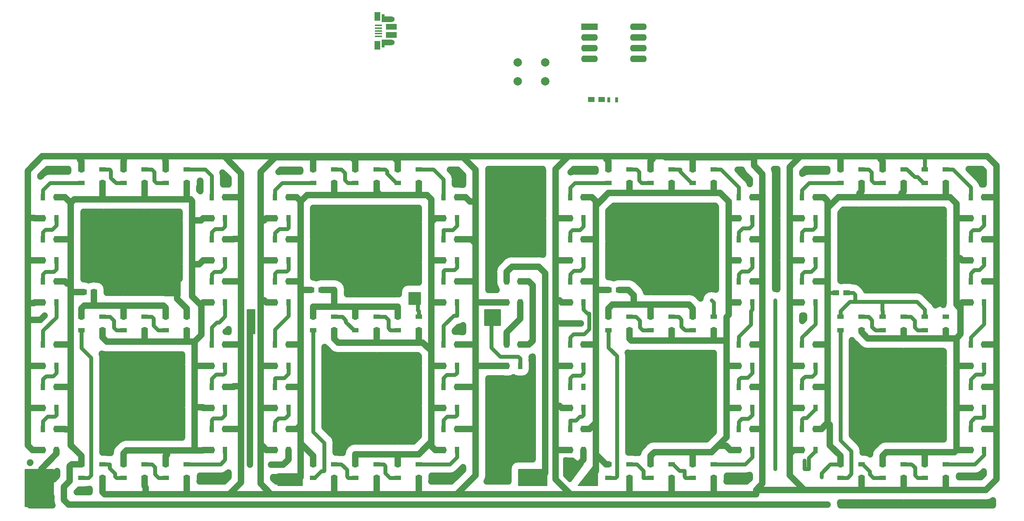
<source format=gbr>
G04 #@! TF.GenerationSoftware,KiCad,Pcbnew,(5.0.0)*
G04 #@! TF.CreationDate,2020-05-21T20:29:27-04:00*
G04 #@! TF.ProjectId,WS2812 ClockDIY,57533238313220436C6F636B4449592E,rev?*
G04 #@! TF.SameCoordinates,Original*
G04 #@! TF.FileFunction,Copper,L1,Top,Signal*
G04 #@! TF.FilePolarity,Positive*
%FSLAX46Y46*%
G04 Gerber Fmt 4.6, Leading zero omitted, Abs format (unit mm)*
G04 Created by KiCad (PCBNEW (5.0.0)) date 05/21/20 20:29:27*
%MOMM*%
%LPD*%
G01*
G04 APERTURE LIST*
G04 #@! TA.AperFunction,SMDPad,CuDef*
%ADD10R,1.600000X1.000000*%
G04 #@! TD*
G04 #@! TA.AperFunction,SMDPad,CuDef*
%ADD11R,1.500000X1.250000*%
G04 #@! TD*
G04 #@! TA.AperFunction,SMDPad,CuDef*
%ADD12R,4.000000X1.600000*%
G04 #@! TD*
G04 #@! TA.AperFunction,SMDPad,CuDef*
%ADD13O,4.000000X1.600000*%
G04 #@! TD*
G04 #@! TA.AperFunction,SMDPad,CuDef*
%ADD14R,0.700000X1.300000*%
G04 #@! TD*
G04 #@! TA.AperFunction,ComponentPad*
%ADD15C,2.000000*%
G04 #@! TD*
G04 #@! TA.AperFunction,SMDPad,CuDef*
%ADD16R,1.000000X1.600000*%
G04 #@! TD*
G04 #@! TA.AperFunction,SMDPad,CuDef*
%ADD17R,2.500000X1.425000*%
G04 #@! TD*
G04 #@! TA.AperFunction,SMDPad,CuDef*
%ADD18R,0.700000X1.825000*%
G04 #@! TD*
G04 #@! TA.AperFunction,ComponentPad*
%ADD19O,3.150000X1.300000*%
G04 #@! TD*
G04 #@! TA.AperFunction,ComponentPad*
%ADD20R,1.400000X2.000000*%
G04 #@! TD*
G04 #@! TA.AperFunction,SMDPad,CuDef*
%ADD21R,1.750000X0.400000*%
G04 #@! TD*
G04 #@! TA.AperFunction,ViaPad*
%ADD22C,0.800000*%
G04 #@! TD*
G04 #@! TA.AperFunction,Conductor*
%ADD23C,0.900000*%
G04 #@! TD*
G04 #@! TA.AperFunction,Conductor*
%ADD24C,1.500000*%
G04 #@! TD*
G04 #@! TA.AperFunction,Conductor*
%ADD25C,0.254000*%
G04 #@! TD*
G04 #@! TA.AperFunction,Conductor*
%ADD26C,1.000000*%
G04 #@! TD*
G04 #@! TA.AperFunction,NonConductor*
%ADD27C,1.500000*%
G04 #@! TD*
G04 APERTURE END LIST*
D10*
G04 #@! TO.P,U84,1*
G04 #@! TO.N,+5V*
X227500000Y-104100000D03*
G04 #@! TO.P,U84,2*
G04 #@! TO.N,Net-(U84-Pad2)*
X227500000Y-100900000D03*
G04 #@! TO.P,U84,4*
G04 #@! TO.N,Net-(U83-Pad2)*
X222500000Y-104100000D03*
G04 #@! TO.P,U84,3*
G04 #@! TO.N,GND*
X222500000Y-100900000D03*
G04 #@! TD*
D11*
G04 #@! TO.P,C3,2*
G04 #@! TO.N,GND*
X45500000Y-95000000D03*
G04 #@! TO.P,C3,1*
G04 #@! TO.N,+5V*
X43000000Y-95000000D03*
G04 #@! TD*
G04 #@! TO.P,C4,1*
G04 #@! TO.N,+5V*
X163391001Y-49316001D03*
G04 #@! TO.P,C4,2*
G04 #@! TO.N,GND*
X165891001Y-49316001D03*
G04 #@! TD*
G04 #@! TO.P,C5,2*
G04 #@! TO.N,GND*
X223950000Y-95200000D03*
G04 #@! TO.P,C5,1*
G04 #@! TO.N,+5V*
X221450000Y-95200000D03*
G04 #@! TD*
G04 #@! TO.P,C6,1*
G04 #@! TO.N,+5V*
X167500000Y-94500000D03*
G04 #@! TO.P,C6,2*
G04 #@! TO.N,GND*
X170000000Y-94500000D03*
G04 #@! TD*
G04 #@! TO.P,C7,2*
G04 #@! TO.N,GND*
X99500000Y-94500000D03*
G04 #@! TO.P,C7,1*
G04 #@! TO.N,+5V*
X97000000Y-94500000D03*
G04 #@! TD*
D12*
G04 #@! TO.P,MCU1,1*
G04 #@! TO.N,RST*
X163000000Y-32000000D03*
D13*
G04 #@! TO.P,MCU1,5*
G04 #@! TO.N,N/C*
X174620000Y-39620000D03*
G04 #@! TO.P,MCU1,2*
X163000000Y-34540000D03*
G04 #@! TO.P,MCU1,6*
G04 #@! TO.N,DIN*
X174620000Y-37080000D03*
G04 #@! TO.P,MCU1,3*
G04 #@! TO.N,N/C*
X163000000Y-37080000D03*
G04 #@! TO.P,MCU1,7*
G04 #@! TO.N,BTN*
X174620000Y-34540000D03*
G04 #@! TO.P,MCU1,4*
G04 #@! TO.N,GND*
X163000000Y-39620000D03*
G04 #@! TO.P,MCU1,8*
G04 #@! TO.N,+5V*
X174620000Y-32000000D03*
G04 #@! TD*
D14*
G04 #@! TO.P,R1,2*
G04 #@! TO.N,RST*
X169441001Y-49346001D03*
G04 #@! TO.P,R1,1*
G04 #@! TO.N,+5V*
X167541001Y-49346001D03*
G04 #@! TD*
D15*
G04 #@! TO.P,SW1,1*
G04 #@! TO.N,BTN*
X152500000Y-40500000D03*
G04 #@! TO.P,SW1,2*
G04 #@! TO.N,GND*
X152500000Y-45000000D03*
G04 #@! TO.P,SW1,1*
G04 #@! TO.N,BTN*
X146000000Y-40500000D03*
G04 #@! TO.P,SW1,2*
G04 #@! TO.N,GND*
X146000000Y-45000000D03*
G04 #@! TD*
D16*
G04 #@! TO.P,U1,3*
G04 #@! TO.N,GND*
X33400000Y-132500000D03*
G04 #@! TO.P,U1,4*
G04 #@! TO.N,DIN*
X36600000Y-132500000D03*
G04 #@! TO.P,U1,2*
G04 #@! TO.N,Net-(U1-Pad2)*
X33400000Y-127500000D03*
G04 #@! TO.P,U1,1*
G04 #@! TO.N,+5V*
X36600000Y-127500000D03*
G04 #@! TD*
G04 #@! TO.P,U2,1*
G04 #@! TO.N,+5V*
X36600000Y-117500000D03*
G04 #@! TO.P,U2,2*
G04 #@! TO.N,Net-(U2-Pad2)*
X33400000Y-117500000D03*
G04 #@! TO.P,U2,4*
G04 #@! TO.N,Net-(U1-Pad2)*
X36600000Y-122500000D03*
G04 #@! TO.P,U2,3*
G04 #@! TO.N,GND*
X33400000Y-122500000D03*
G04 #@! TD*
G04 #@! TO.P,U3,1*
G04 #@! TO.N,+5V*
X36600000Y-107500000D03*
G04 #@! TO.P,U3,2*
G04 #@! TO.N,Net-(U3-Pad2)*
X33400000Y-107500000D03*
G04 #@! TO.P,U3,4*
G04 #@! TO.N,Net-(U2-Pad2)*
X36600000Y-112500000D03*
G04 #@! TO.P,U3,3*
G04 #@! TO.N,GND*
X33400000Y-112500000D03*
G04 #@! TD*
G04 #@! TO.P,U4,3*
G04 #@! TO.N,GND*
X33400000Y-97500000D03*
G04 #@! TO.P,U4,4*
G04 #@! TO.N,Net-(U3-Pad2)*
X36600000Y-97500000D03*
G04 #@! TO.P,U4,2*
G04 #@! TO.N,Net-(U4-Pad2)*
X33400000Y-92500000D03*
G04 #@! TO.P,U4,1*
G04 #@! TO.N,+5V*
X36600000Y-92500000D03*
G04 #@! TD*
G04 #@! TO.P,U5,1*
G04 #@! TO.N,+5V*
X36600000Y-82500000D03*
G04 #@! TO.P,U5,2*
G04 #@! TO.N,Net-(U5-Pad2)*
X33400000Y-82500000D03*
G04 #@! TO.P,U5,4*
G04 #@! TO.N,Net-(U4-Pad2)*
X36600000Y-87500000D03*
G04 #@! TO.P,U5,3*
G04 #@! TO.N,GND*
X33400000Y-87500000D03*
G04 #@! TD*
G04 #@! TO.P,U6,3*
G04 #@! TO.N,GND*
X33400000Y-77500000D03*
G04 #@! TO.P,U6,4*
G04 #@! TO.N,Net-(U5-Pad2)*
X36600000Y-77500000D03*
G04 #@! TO.P,U6,2*
G04 #@! TO.N,Net-(U6-Pad2)*
X33400000Y-72500000D03*
G04 #@! TO.P,U6,1*
G04 #@! TO.N,+5V*
X36600000Y-72500000D03*
G04 #@! TD*
D10*
G04 #@! TO.P,U7,1*
G04 #@! TO.N,+5V*
X47500000Y-69100000D03*
G04 #@! TO.P,U7,2*
G04 #@! TO.N,Net-(U7-Pad2)*
X47500000Y-65900000D03*
G04 #@! TO.P,U7,4*
G04 #@! TO.N,Net-(U6-Pad2)*
X42500000Y-69100000D03*
G04 #@! TO.P,U7,3*
G04 #@! TO.N,GND*
X42500000Y-65900000D03*
G04 #@! TD*
G04 #@! TO.P,U8,3*
G04 #@! TO.N,GND*
X52500000Y-65900000D03*
G04 #@! TO.P,U8,4*
G04 #@! TO.N,Net-(U7-Pad2)*
X52500000Y-69100000D03*
G04 #@! TO.P,U8,2*
G04 #@! TO.N,Net-(U8-Pad2)*
X57500000Y-65900000D03*
G04 #@! TO.P,U8,1*
G04 #@! TO.N,+5V*
X57500000Y-69100000D03*
G04 #@! TD*
G04 #@! TO.P,U9,1*
G04 #@! TO.N,+5V*
X67500000Y-69100000D03*
G04 #@! TO.P,U9,2*
G04 #@! TO.N,Net-(U10-Pad4)*
X67500000Y-65900000D03*
G04 #@! TO.P,U9,4*
G04 #@! TO.N,Net-(U8-Pad2)*
X62500000Y-69100000D03*
G04 #@! TO.P,U9,3*
G04 #@! TO.N,GND*
X62500000Y-65900000D03*
G04 #@! TD*
D16*
G04 #@! TO.P,U10,3*
G04 #@! TO.N,GND*
X76600000Y-72500000D03*
G04 #@! TO.P,U10,4*
G04 #@! TO.N,Net-(U10-Pad4)*
X73400000Y-72500000D03*
G04 #@! TO.P,U10,2*
G04 #@! TO.N,Net-(U10-Pad2)*
X76600000Y-77500000D03*
G04 #@! TO.P,U10,1*
G04 #@! TO.N,+5V*
X73400000Y-77500000D03*
G04 #@! TD*
G04 #@! TO.P,U11,3*
G04 #@! TO.N,GND*
X76600000Y-82500000D03*
G04 #@! TO.P,U11,4*
G04 #@! TO.N,Net-(U10-Pad2)*
X73400000Y-82500000D03*
G04 #@! TO.P,U11,2*
G04 #@! TO.N,Net-(U11-Pad2)*
X76600000Y-87500000D03*
G04 #@! TO.P,U11,1*
G04 #@! TO.N,+5V*
X73400000Y-87500000D03*
G04 #@! TD*
G04 #@! TO.P,U12,1*
G04 #@! TO.N,+5V*
X73400000Y-97500000D03*
G04 #@! TO.P,U12,2*
G04 #@! TO.N,Net-(U12-Pad2)*
X76600000Y-97500000D03*
G04 #@! TO.P,U12,4*
G04 #@! TO.N,Net-(U11-Pad2)*
X73400000Y-92500000D03*
G04 #@! TO.P,U12,3*
G04 #@! TO.N,GND*
X76600000Y-92500000D03*
G04 #@! TD*
G04 #@! TO.P,U13,3*
G04 #@! TO.N,GND*
X76600000Y-107500000D03*
G04 #@! TO.P,U13,4*
G04 #@! TO.N,Net-(U12-Pad2)*
X73400000Y-107500000D03*
G04 #@! TO.P,U13,2*
G04 #@! TO.N,Net-(U13-Pad2)*
X76600000Y-112500000D03*
G04 #@! TO.P,U13,1*
G04 #@! TO.N,+5V*
X73400000Y-112500000D03*
G04 #@! TD*
G04 #@! TO.P,U14,1*
G04 #@! TO.N,+5V*
X73400000Y-122500000D03*
G04 #@! TO.P,U14,2*
G04 #@! TO.N,Net-(U14-Pad2)*
X76600000Y-122500000D03*
G04 #@! TO.P,U14,4*
G04 #@! TO.N,Net-(U13-Pad2)*
X73400000Y-117500000D03*
G04 #@! TO.P,U14,3*
G04 #@! TO.N,GND*
X76600000Y-117500000D03*
G04 #@! TD*
G04 #@! TO.P,U15,3*
G04 #@! TO.N,GND*
X76600000Y-127500000D03*
G04 #@! TO.P,U15,4*
G04 #@! TO.N,Net-(U14-Pad2)*
X73400000Y-127500000D03*
G04 #@! TO.P,U15,2*
G04 #@! TO.N,Net-(U15-Pad2)*
X76600000Y-132500000D03*
G04 #@! TO.P,U15,1*
G04 #@! TO.N,+5V*
X73400000Y-132500000D03*
G04 #@! TD*
D10*
G04 #@! TO.P,U16,1*
G04 #@! TO.N,+5V*
X62500000Y-135900000D03*
G04 #@! TO.P,U16,2*
G04 #@! TO.N,Net-(U16-Pad2)*
X62500000Y-139100000D03*
G04 #@! TO.P,U16,4*
G04 #@! TO.N,Net-(U15-Pad2)*
X67500000Y-135900000D03*
G04 #@! TO.P,U16,3*
G04 #@! TO.N,GND*
X67500000Y-139100000D03*
G04 #@! TD*
G04 #@! TO.P,U17,3*
G04 #@! TO.N,GND*
X57500000Y-139100000D03*
G04 #@! TO.P,U17,4*
G04 #@! TO.N,Net-(U16-Pad2)*
X57500000Y-135900000D03*
G04 #@! TO.P,U17,2*
G04 #@! TO.N,Net-(U17-Pad2)*
X52500000Y-139100000D03*
G04 #@! TO.P,U17,1*
G04 #@! TO.N,+5V*
X52500000Y-135900000D03*
G04 #@! TD*
G04 #@! TO.P,U18,1*
G04 #@! TO.N,+5V*
X42500000Y-135900000D03*
G04 #@! TO.P,U18,2*
G04 #@! TO.N,Net-(U18-Pad2)*
X42500000Y-139100000D03*
G04 #@! TO.P,U18,4*
G04 #@! TO.N,Net-(U17-Pad2)*
X47500000Y-135900000D03*
G04 #@! TO.P,U18,3*
G04 #@! TO.N,GND*
X47500000Y-139100000D03*
G04 #@! TD*
G04 #@! TO.P,U19,3*
G04 #@! TO.N,GND*
X42500000Y-100900000D03*
G04 #@! TO.P,U19,4*
G04 #@! TO.N,Net-(U18-Pad2)*
X42500000Y-104100000D03*
G04 #@! TO.P,U19,2*
G04 #@! TO.N,Net-(U19-Pad2)*
X47500000Y-100900000D03*
G04 #@! TO.P,U19,1*
G04 #@! TO.N,+5V*
X47500000Y-104100000D03*
G04 #@! TD*
G04 #@! TO.P,U20,1*
G04 #@! TO.N,+5V*
X57500000Y-104100000D03*
G04 #@! TO.P,U20,2*
G04 #@! TO.N,Net-(U20-Pad2)*
X57500000Y-100900000D03*
G04 #@! TO.P,U20,4*
G04 #@! TO.N,Net-(U19-Pad2)*
X52500000Y-104100000D03*
G04 #@! TO.P,U20,3*
G04 #@! TO.N,GND*
X52500000Y-100900000D03*
G04 #@! TD*
G04 #@! TO.P,U21,1*
G04 #@! TO.N,+5V*
X67500000Y-104100000D03*
G04 #@! TO.P,U21,2*
G04 #@! TO.N,Net-(U21-Pad2)*
X67500000Y-100900000D03*
G04 #@! TO.P,U21,4*
G04 #@! TO.N,Net-(U20-Pad2)*
X62500000Y-104100000D03*
G04 #@! TO.P,U21,3*
G04 #@! TO.N,GND*
X62500000Y-100900000D03*
G04 #@! TD*
D16*
G04 #@! TO.P,U22,3*
G04 #@! TO.N,GND*
X88400000Y-132500000D03*
G04 #@! TO.P,U22,4*
G04 #@! TO.N,Net-(U21-Pad2)*
X91600000Y-132500000D03*
G04 #@! TO.P,U22,2*
G04 #@! TO.N,Net-(U22-Pad2)*
X88400000Y-127500000D03*
G04 #@! TO.P,U22,1*
G04 #@! TO.N,+5V*
X91600000Y-127500000D03*
G04 #@! TD*
G04 #@! TO.P,U23,1*
G04 #@! TO.N,+5V*
X91600000Y-117500000D03*
G04 #@! TO.P,U23,2*
G04 #@! TO.N,Net-(U23-Pad2)*
X88400000Y-117500000D03*
G04 #@! TO.P,U23,4*
G04 #@! TO.N,Net-(U22-Pad2)*
X91600000Y-122500000D03*
G04 #@! TO.P,U23,3*
G04 #@! TO.N,GND*
X88400000Y-122500000D03*
G04 #@! TD*
G04 #@! TO.P,U24,3*
G04 #@! TO.N,GND*
X88400000Y-112500000D03*
G04 #@! TO.P,U24,4*
G04 #@! TO.N,Net-(U23-Pad2)*
X91600000Y-112500000D03*
G04 #@! TO.P,U24,2*
G04 #@! TO.N,Net-(U24-Pad2)*
X88400000Y-107500000D03*
G04 #@! TO.P,U24,1*
G04 #@! TO.N,+5V*
X91600000Y-107500000D03*
G04 #@! TD*
G04 #@! TO.P,U25,1*
G04 #@! TO.N,+5V*
X91600000Y-92500000D03*
G04 #@! TO.P,U25,2*
G04 #@! TO.N,Net-(U25-Pad2)*
X88400000Y-92500000D03*
G04 #@! TO.P,U25,4*
G04 #@! TO.N,Net-(U24-Pad2)*
X91600000Y-97500000D03*
G04 #@! TO.P,U25,3*
G04 #@! TO.N,GND*
X88400000Y-97500000D03*
G04 #@! TD*
G04 #@! TO.P,U26,3*
G04 #@! TO.N,GND*
X88400000Y-87500000D03*
G04 #@! TO.P,U26,4*
G04 #@! TO.N,Net-(U25-Pad2)*
X91600000Y-87500000D03*
G04 #@! TO.P,U26,2*
G04 #@! TO.N,Net-(U26-Pad2)*
X88400000Y-82500000D03*
G04 #@! TO.P,U26,1*
G04 #@! TO.N,+5V*
X91600000Y-82500000D03*
G04 #@! TD*
G04 #@! TO.P,U27,1*
G04 #@! TO.N,+5V*
X91600000Y-72500000D03*
G04 #@! TO.P,U27,2*
G04 #@! TO.N,Net-(U27-Pad2)*
X88400000Y-72500000D03*
G04 #@! TO.P,U27,4*
G04 #@! TO.N,Net-(U26-Pad2)*
X91600000Y-77500000D03*
G04 #@! TO.P,U27,3*
G04 #@! TO.N,GND*
X88400000Y-77500000D03*
G04 #@! TD*
D10*
G04 #@! TO.P,U28,3*
G04 #@! TO.N,GND*
X97500000Y-65900000D03*
G04 #@! TO.P,U28,4*
G04 #@! TO.N,Net-(U27-Pad2)*
X97500000Y-69100000D03*
G04 #@! TO.P,U28,2*
G04 #@! TO.N,Net-(U28-Pad2)*
X102500000Y-65900000D03*
G04 #@! TO.P,U28,1*
G04 #@! TO.N,+5V*
X102500000Y-69100000D03*
G04 #@! TD*
G04 #@! TO.P,U29,1*
G04 #@! TO.N,+5V*
X112500000Y-69100000D03*
G04 #@! TO.P,U29,2*
G04 #@! TO.N,Net-(U29-Pad2)*
X112500000Y-65900000D03*
G04 #@! TO.P,U29,4*
G04 #@! TO.N,Net-(U28-Pad2)*
X107500000Y-69100000D03*
G04 #@! TO.P,U29,3*
G04 #@! TO.N,GND*
X107500000Y-65900000D03*
G04 #@! TD*
G04 #@! TO.P,U30,3*
G04 #@! TO.N,GND*
X117500000Y-65900000D03*
G04 #@! TO.P,U30,4*
G04 #@! TO.N,Net-(U29-Pad2)*
X117500000Y-69100000D03*
G04 #@! TO.P,U30,2*
G04 #@! TO.N,Net-(U30-Pad2)*
X122500000Y-65900000D03*
G04 #@! TO.P,U30,1*
G04 #@! TO.N,+5V*
X122500000Y-69100000D03*
G04 #@! TD*
D16*
G04 #@! TO.P,U31,1*
G04 #@! TO.N,+5V*
X128400000Y-77500000D03*
G04 #@! TO.P,U31,2*
G04 #@! TO.N,Net-(U31-Pad2)*
X131600000Y-77500000D03*
G04 #@! TO.P,U31,4*
G04 #@! TO.N,Net-(U30-Pad2)*
X128400000Y-72500000D03*
G04 #@! TO.P,U31,3*
G04 #@! TO.N,GND*
X131600000Y-72500000D03*
G04 #@! TD*
G04 #@! TO.P,U32,3*
G04 #@! TO.N,GND*
X131600000Y-82500000D03*
G04 #@! TO.P,U32,4*
G04 #@! TO.N,Net-(U31-Pad2)*
X128400000Y-82500000D03*
G04 #@! TO.P,U32,2*
G04 #@! TO.N,Net-(U32-Pad2)*
X131600000Y-87500000D03*
G04 #@! TO.P,U32,1*
G04 #@! TO.N,+5V*
X128400000Y-87500000D03*
G04 #@! TD*
G04 #@! TO.P,U33,1*
G04 #@! TO.N,+5V*
X128400000Y-97500000D03*
G04 #@! TO.P,U33,2*
G04 #@! TO.N,Net-(U33-Pad2)*
X131600000Y-97500000D03*
G04 #@! TO.P,U33,4*
G04 #@! TO.N,Net-(U32-Pad2)*
X128400000Y-92500000D03*
G04 #@! TO.P,U33,3*
G04 #@! TO.N,GND*
X131600000Y-92500000D03*
G04 #@! TD*
G04 #@! TO.P,U34,3*
G04 #@! TO.N,GND*
X131600000Y-107500000D03*
G04 #@! TO.P,U34,4*
G04 #@! TO.N,Net-(U33-Pad2)*
X128400000Y-107500000D03*
G04 #@! TO.P,U34,2*
G04 #@! TO.N,Net-(U34-Pad2)*
X131600000Y-112500000D03*
G04 #@! TO.P,U34,1*
G04 #@! TO.N,+5V*
X128400000Y-112500000D03*
G04 #@! TD*
G04 #@! TO.P,U35,1*
G04 #@! TO.N,+5V*
X128400000Y-122500000D03*
G04 #@! TO.P,U35,2*
G04 #@! TO.N,Net-(U35-Pad2)*
X131600000Y-122500000D03*
G04 #@! TO.P,U35,4*
G04 #@! TO.N,Net-(U34-Pad2)*
X128400000Y-117500000D03*
G04 #@! TO.P,U35,3*
G04 #@! TO.N,GND*
X131600000Y-117500000D03*
G04 #@! TD*
G04 #@! TO.P,U36,3*
G04 #@! TO.N,GND*
X131600000Y-127500000D03*
G04 #@! TO.P,U36,4*
G04 #@! TO.N,Net-(U35-Pad2)*
X128400000Y-127500000D03*
G04 #@! TO.P,U36,2*
G04 #@! TO.N,Net-(U36-Pad2)*
X131600000Y-132500000D03*
G04 #@! TO.P,U36,1*
G04 #@! TO.N,+5V*
X128400000Y-132500000D03*
G04 #@! TD*
D10*
G04 #@! TO.P,U37,1*
G04 #@! TO.N,+5V*
X117500000Y-135900000D03*
G04 #@! TO.P,U37,2*
G04 #@! TO.N,Net-(U37-Pad2)*
X117500000Y-139100000D03*
G04 #@! TO.P,U37,4*
G04 #@! TO.N,Net-(U36-Pad2)*
X122500000Y-135900000D03*
G04 #@! TO.P,U37,3*
G04 #@! TO.N,GND*
X122500000Y-139100000D03*
G04 #@! TD*
G04 #@! TO.P,U38,3*
G04 #@! TO.N,GND*
X112500000Y-139100000D03*
G04 #@! TO.P,U38,4*
G04 #@! TO.N,Net-(U37-Pad2)*
X112500000Y-135900000D03*
G04 #@! TO.P,U38,2*
G04 #@! TO.N,Net-(U38-Pad2)*
X107500000Y-139100000D03*
G04 #@! TO.P,U38,1*
G04 #@! TO.N,+5V*
X107500000Y-135900000D03*
G04 #@! TD*
G04 #@! TO.P,U39,1*
G04 #@! TO.N,+5V*
X97500000Y-135900000D03*
G04 #@! TO.P,U39,2*
G04 #@! TO.N,Net-(U39-Pad2)*
X97500000Y-139100000D03*
G04 #@! TO.P,U39,4*
G04 #@! TO.N,Net-(U38-Pad2)*
X102500000Y-135900000D03*
G04 #@! TO.P,U39,3*
G04 #@! TO.N,GND*
X102500000Y-139100000D03*
G04 #@! TD*
G04 #@! TO.P,U40,3*
G04 #@! TO.N,GND*
X97500000Y-100900000D03*
G04 #@! TO.P,U40,4*
G04 #@! TO.N,Net-(U39-Pad2)*
X97500000Y-104100000D03*
G04 #@! TO.P,U40,2*
G04 #@! TO.N,Net-(U40-Pad2)*
X102500000Y-100900000D03*
G04 #@! TO.P,U40,1*
G04 #@! TO.N,+5V*
X102500000Y-104100000D03*
G04 #@! TD*
D17*
G04 #@! TO.P,USB1,SH*
G04 #@! TO.N,N/C*
X116000000Y-32000000D03*
D18*
X114040000Y-35990000D03*
D19*
X115270000Y-35725000D03*
D20*
X112720000Y-36425000D03*
D21*
G04 #@! TO.P,USB1,1*
G04 #@! TO.N,+5V*
X112925000Y-34300000D03*
D20*
G04 #@! TO.P,USB1,SH*
G04 #@! TO.N,N/C*
X112720000Y-29575000D03*
D21*
G04 #@! TO.P,USB1,2*
X112925000Y-33650000D03*
G04 #@! TO.P,USB1,3*
X112925000Y-33000000D03*
G04 #@! TO.P,USB1,4*
X112925000Y-32350000D03*
G04 #@! TO.P,USB1,5*
G04 #@! TO.N,GND*
X112925000Y-31700000D03*
D19*
G04 #@! TO.P,USB1,SH*
G04 #@! TO.N,N/C*
X115270000Y-30275000D03*
D18*
X114040000Y-30010000D03*
D17*
X116000000Y-34000000D03*
G04 #@! TD*
D10*
G04 #@! TO.P,U41,1*
G04 #@! TO.N,+5V*
X112500000Y-104100000D03*
G04 #@! TO.P,U41,2*
G04 #@! TO.N,Net-(U41-Pad2)*
X112500000Y-100900000D03*
G04 #@! TO.P,U41,4*
G04 #@! TO.N,Net-(U40-Pad2)*
X107500000Y-104100000D03*
G04 #@! TO.P,U41,3*
G04 #@! TO.N,GND*
X107500000Y-100900000D03*
G04 #@! TD*
G04 #@! TO.P,U42,3*
G04 #@! TO.N,GND*
X117500000Y-100900000D03*
G04 #@! TO.P,U42,4*
G04 #@! TO.N,Net-(U41-Pad2)*
X117500000Y-104100000D03*
G04 #@! TO.P,U42,2*
G04 #@! TO.N,Net-(U42-Pad2)*
X122500000Y-100900000D03*
G04 #@! TO.P,U42,1*
G04 #@! TO.N,+5V*
X122500000Y-104100000D03*
G04 #@! TD*
D16*
G04 #@! TO.P,U43,1*
G04 #@! TO.N,+5V*
X146600000Y-107500000D03*
G04 #@! TO.P,U43,2*
G04 #@! TO.N,Net-(U43-Pad2)*
X143400000Y-107500000D03*
G04 #@! TO.P,U43,4*
G04 #@! TO.N,Net-(U42-Pad2)*
X146600000Y-112500000D03*
G04 #@! TO.P,U43,3*
G04 #@! TO.N,GND*
X143400000Y-112500000D03*
G04 #@! TD*
G04 #@! TO.P,U44,3*
G04 #@! TO.N,GND*
X143400000Y-97500000D03*
G04 #@! TO.P,U44,4*
G04 #@! TO.N,Net-(U43-Pad2)*
X146600000Y-97500000D03*
G04 #@! TO.P,U44,2*
G04 #@! TO.N,Net-(U44-Pad2)*
X143400000Y-92500000D03*
G04 #@! TO.P,U44,1*
G04 #@! TO.N,+5V*
X146600000Y-92500000D03*
G04 #@! TD*
G04 #@! TO.P,U45,1*
G04 #@! TO.N,+5V*
X161600000Y-127500000D03*
G04 #@! TO.P,U45,2*
G04 #@! TO.N,Net-(U45-Pad2)*
X158400000Y-127500000D03*
G04 #@! TO.P,U45,4*
G04 #@! TO.N,Net-(U44-Pad2)*
X161600000Y-132500000D03*
G04 #@! TO.P,U45,3*
G04 #@! TO.N,GND*
X158400000Y-132500000D03*
G04 #@! TD*
G04 #@! TO.P,U46,3*
G04 #@! TO.N,GND*
X158400000Y-122500000D03*
G04 #@! TO.P,U46,4*
G04 #@! TO.N,Net-(U45-Pad2)*
X161600000Y-122500000D03*
G04 #@! TO.P,U46,2*
G04 #@! TO.N,Net-(U46-Pad2)*
X158400000Y-117500000D03*
G04 #@! TO.P,U46,1*
G04 #@! TO.N,+5V*
X161600000Y-117500000D03*
G04 #@! TD*
G04 #@! TO.P,U47,1*
G04 #@! TO.N,+5V*
X161600000Y-107500000D03*
G04 #@! TO.P,U47,2*
G04 #@! TO.N,Net-(U47-Pad2)*
X158400000Y-107500000D03*
G04 #@! TO.P,U47,4*
G04 #@! TO.N,Net-(U46-Pad2)*
X161600000Y-112500000D03*
G04 #@! TO.P,U47,3*
G04 #@! TO.N,GND*
X158400000Y-112500000D03*
G04 #@! TD*
G04 #@! TO.P,U48,3*
G04 #@! TO.N,GND*
X158400000Y-97500000D03*
G04 #@! TO.P,U48,4*
G04 #@! TO.N,Net-(U47-Pad2)*
X161600000Y-97500000D03*
G04 #@! TO.P,U48,2*
G04 #@! TO.N,Net-(U48-Pad2)*
X158400000Y-92500000D03*
G04 #@! TO.P,U48,1*
G04 #@! TO.N,+5V*
X161600000Y-92500000D03*
G04 #@! TD*
G04 #@! TO.P,U49,1*
G04 #@! TO.N,+5V*
X161600000Y-82500000D03*
G04 #@! TO.P,U49,2*
G04 #@! TO.N,Net-(U49-Pad2)*
X158400000Y-82500000D03*
G04 #@! TO.P,U49,4*
G04 #@! TO.N,Net-(U48-Pad2)*
X161600000Y-87500000D03*
G04 #@! TO.P,U49,3*
G04 #@! TO.N,GND*
X158400000Y-87500000D03*
G04 #@! TD*
G04 #@! TO.P,U50,3*
G04 #@! TO.N,GND*
X158400000Y-77500000D03*
G04 #@! TO.P,U50,4*
G04 #@! TO.N,Net-(U49-Pad2)*
X161600000Y-77500000D03*
G04 #@! TO.P,U50,2*
G04 #@! TO.N,Net-(U50-Pad2)*
X158400000Y-72500000D03*
G04 #@! TO.P,U50,1*
G04 #@! TO.N,+5V*
X161600000Y-72500000D03*
G04 #@! TD*
D10*
G04 #@! TO.P,U51,1*
G04 #@! TO.N,+5V*
X172500000Y-69100000D03*
G04 #@! TO.P,U51,2*
G04 #@! TO.N,Net-(U51-Pad2)*
X172500000Y-65900000D03*
G04 #@! TO.P,U51,4*
G04 #@! TO.N,Net-(U50-Pad2)*
X167500000Y-69100000D03*
G04 #@! TO.P,U51,3*
G04 #@! TO.N,GND*
X167500000Y-65900000D03*
G04 #@! TD*
G04 #@! TO.P,U52,3*
G04 #@! TO.N,GND*
X177500000Y-65900000D03*
G04 #@! TO.P,U52,4*
G04 #@! TO.N,Net-(U51-Pad2)*
X177500000Y-69100000D03*
G04 #@! TO.P,U52,2*
G04 #@! TO.N,Net-(U52-Pad2)*
X182500000Y-65900000D03*
G04 #@! TO.P,U52,1*
G04 #@! TO.N,+5V*
X182500000Y-69100000D03*
G04 #@! TD*
G04 #@! TO.P,U53,1*
G04 #@! TO.N,+5V*
X192500000Y-69100000D03*
G04 #@! TO.P,U53,2*
G04 #@! TO.N,Net-(U53-Pad2)*
X192500000Y-65900000D03*
G04 #@! TO.P,U53,4*
G04 #@! TO.N,Net-(U52-Pad2)*
X187500000Y-69100000D03*
G04 #@! TO.P,U53,3*
G04 #@! TO.N,GND*
X187500000Y-65900000D03*
G04 #@! TD*
D16*
G04 #@! TO.P,U54,1*
G04 #@! TO.N,+5V*
X198400000Y-77500000D03*
G04 #@! TO.P,U54,2*
G04 #@! TO.N,Net-(U54-Pad2)*
X201600000Y-77500000D03*
G04 #@! TO.P,U54,4*
G04 #@! TO.N,Net-(U53-Pad2)*
X198400000Y-72500000D03*
G04 #@! TO.P,U54,3*
G04 #@! TO.N,GND*
X201600000Y-72500000D03*
G04 #@! TD*
G04 #@! TO.P,U55,3*
G04 #@! TO.N,GND*
X201600000Y-82500000D03*
G04 #@! TO.P,U55,4*
G04 #@! TO.N,Net-(U54-Pad2)*
X198400000Y-82500000D03*
G04 #@! TO.P,U55,2*
G04 #@! TO.N,Net-(U55-Pad2)*
X201600000Y-87500000D03*
G04 #@! TO.P,U55,1*
G04 #@! TO.N,+5V*
X198400000Y-87500000D03*
G04 #@! TD*
G04 #@! TO.P,U56,1*
G04 #@! TO.N,+5V*
X198400000Y-97500000D03*
G04 #@! TO.P,U56,2*
G04 #@! TO.N,Net-(U56-Pad2)*
X201600000Y-97500000D03*
G04 #@! TO.P,U56,4*
G04 #@! TO.N,Net-(U55-Pad2)*
X198400000Y-92500000D03*
G04 #@! TO.P,U56,3*
G04 #@! TO.N,GND*
X201600000Y-92500000D03*
G04 #@! TD*
G04 #@! TO.P,U57,3*
G04 #@! TO.N,GND*
X201600000Y-107500000D03*
G04 #@! TO.P,U57,4*
G04 #@! TO.N,Net-(U56-Pad2)*
X198400000Y-107500000D03*
G04 #@! TO.P,U57,2*
G04 #@! TO.N,Net-(U57-Pad2)*
X201600000Y-112500000D03*
G04 #@! TO.P,U57,1*
G04 #@! TO.N,+5V*
X198400000Y-112500000D03*
G04 #@! TD*
G04 #@! TO.P,U58,1*
G04 #@! TO.N,+5V*
X198400000Y-122500000D03*
G04 #@! TO.P,U58,2*
G04 #@! TO.N,Net-(U58-Pad2)*
X201600000Y-122500000D03*
G04 #@! TO.P,U58,4*
G04 #@! TO.N,Net-(U57-Pad2)*
X198400000Y-117500000D03*
G04 #@! TO.P,U58,3*
G04 #@! TO.N,GND*
X201600000Y-117500000D03*
G04 #@! TD*
G04 #@! TO.P,U59,1*
G04 #@! TO.N,+5V*
X198400000Y-132500000D03*
G04 #@! TO.P,U59,2*
G04 #@! TO.N,Net-(U59-Pad2)*
X201600000Y-132500000D03*
G04 #@! TO.P,U59,4*
G04 #@! TO.N,Net-(U58-Pad2)*
X198400000Y-127500000D03*
G04 #@! TO.P,U59,3*
G04 #@! TO.N,GND*
X201600000Y-127500000D03*
G04 #@! TD*
D10*
G04 #@! TO.P,U60,3*
G04 #@! TO.N,GND*
X192500000Y-139100000D03*
G04 #@! TO.P,U60,4*
G04 #@! TO.N,Net-(U59-Pad2)*
X192500000Y-135900000D03*
G04 #@! TO.P,U60,2*
G04 #@! TO.N,Net-(U60-Pad2)*
X187500000Y-139100000D03*
G04 #@! TO.P,U60,1*
G04 #@! TO.N,+5V*
X187500000Y-135900000D03*
G04 #@! TD*
G04 #@! TO.P,U61,1*
G04 #@! TO.N,+5V*
X177500000Y-135900000D03*
G04 #@! TO.P,U61,2*
G04 #@! TO.N,Net-(U61-Pad2)*
X177500000Y-139100000D03*
G04 #@! TO.P,U61,4*
G04 #@! TO.N,Net-(U60-Pad2)*
X182500000Y-135900000D03*
G04 #@! TO.P,U61,3*
G04 #@! TO.N,GND*
X182500000Y-139100000D03*
G04 #@! TD*
G04 #@! TO.P,U62,3*
G04 #@! TO.N,GND*
X172500000Y-139100000D03*
G04 #@! TO.P,U62,4*
G04 #@! TO.N,Net-(U61-Pad2)*
X172500000Y-135900000D03*
G04 #@! TO.P,U62,2*
G04 #@! TO.N,Net-(U62-Pad2)*
X167500000Y-139100000D03*
G04 #@! TO.P,U62,1*
G04 #@! TO.N,+5V*
X167500000Y-135900000D03*
G04 #@! TD*
G04 #@! TO.P,U63,1*
G04 #@! TO.N,+5V*
X172500000Y-104100000D03*
G04 #@! TO.P,U63,2*
G04 #@! TO.N,Net-(U63-Pad2)*
X172500000Y-100900000D03*
G04 #@! TO.P,U63,4*
G04 #@! TO.N,Net-(U62-Pad2)*
X167500000Y-104100000D03*
G04 #@! TO.P,U63,3*
G04 #@! TO.N,GND*
X167500000Y-100900000D03*
G04 #@! TD*
G04 #@! TO.P,U64,3*
G04 #@! TO.N,GND*
X177500000Y-100900000D03*
G04 #@! TO.P,U64,4*
G04 #@! TO.N,Net-(U63-Pad2)*
X177500000Y-104100000D03*
G04 #@! TO.P,U64,2*
G04 #@! TO.N,Net-(U64-Pad2)*
X182500000Y-100900000D03*
G04 #@! TO.P,U64,1*
G04 #@! TO.N,+5V*
X182500000Y-104100000D03*
G04 #@! TD*
G04 #@! TO.P,U65,1*
G04 #@! TO.N,+5V*
X192500000Y-104100000D03*
G04 #@! TO.P,U65,2*
G04 #@! TO.N,Net-(U65-Pad2)*
X192500000Y-100900000D03*
G04 #@! TO.P,U65,4*
G04 #@! TO.N,Net-(U64-Pad2)*
X187500000Y-104100000D03*
G04 #@! TO.P,U65,3*
G04 #@! TO.N,GND*
X187500000Y-100900000D03*
G04 #@! TD*
D16*
G04 #@! TO.P,U66,3*
G04 #@! TO.N,GND*
X213400000Y-132500000D03*
G04 #@! TO.P,U66,4*
G04 #@! TO.N,Net-(U65-Pad2)*
X216600000Y-132500000D03*
G04 #@! TO.P,U66,2*
G04 #@! TO.N,Net-(U66-Pad2)*
X213400000Y-127500000D03*
G04 #@! TO.P,U66,1*
G04 #@! TO.N,+5V*
X216600000Y-127500000D03*
G04 #@! TD*
G04 #@! TO.P,U67,1*
G04 #@! TO.N,+5V*
X216600000Y-117500000D03*
G04 #@! TO.P,U67,2*
G04 #@! TO.N,Net-(U67-Pad2)*
X213400000Y-117500000D03*
G04 #@! TO.P,U67,4*
G04 #@! TO.N,Net-(U66-Pad2)*
X216600000Y-122500000D03*
G04 #@! TO.P,U67,3*
G04 #@! TO.N,GND*
X213400000Y-122500000D03*
G04 #@! TD*
G04 #@! TO.P,U68,3*
G04 #@! TO.N,GND*
X213400000Y-112500000D03*
G04 #@! TO.P,U68,4*
G04 #@! TO.N,Net-(U67-Pad2)*
X216600000Y-112500000D03*
G04 #@! TO.P,U68,2*
G04 #@! TO.N,Net-(U68-Pad2)*
X213400000Y-107500000D03*
G04 #@! TO.P,U68,1*
G04 #@! TO.N,+5V*
X216600000Y-107500000D03*
G04 #@! TD*
G04 #@! TO.P,U69,1*
G04 #@! TO.N,+5V*
X216600000Y-92500000D03*
G04 #@! TO.P,U69,2*
G04 #@! TO.N,Net-(U69-Pad2)*
X213400000Y-92500000D03*
G04 #@! TO.P,U69,4*
G04 #@! TO.N,Net-(U68-Pad2)*
X216600000Y-97500000D03*
G04 #@! TO.P,U69,3*
G04 #@! TO.N,GND*
X213400000Y-97500000D03*
G04 #@! TD*
G04 #@! TO.P,U70,1*
G04 #@! TO.N,+5V*
X216600000Y-82500000D03*
G04 #@! TO.P,U70,2*
G04 #@! TO.N,Net-(U70-Pad2)*
X213400000Y-82500000D03*
G04 #@! TO.P,U70,4*
G04 #@! TO.N,Net-(U69-Pad2)*
X216600000Y-87500000D03*
G04 #@! TO.P,U70,3*
G04 #@! TO.N,GND*
X213400000Y-87500000D03*
G04 #@! TD*
G04 #@! TO.P,U71,3*
G04 #@! TO.N,GND*
X213400000Y-77500000D03*
G04 #@! TO.P,U71,4*
G04 #@! TO.N,Net-(U70-Pad2)*
X216600000Y-77500000D03*
G04 #@! TO.P,U71,2*
G04 #@! TO.N,Net-(U71-Pad2)*
X213400000Y-72500000D03*
G04 #@! TO.P,U71,1*
G04 #@! TO.N,+5V*
X216600000Y-72500000D03*
G04 #@! TD*
D10*
G04 #@! TO.P,U72,1*
G04 #@! TO.N,+5V*
X227500000Y-69100000D03*
G04 #@! TO.P,U72,2*
G04 #@! TO.N,Net-(U72-Pad2)*
X227500000Y-65900000D03*
G04 #@! TO.P,U72,4*
G04 #@! TO.N,Net-(U71-Pad2)*
X222500000Y-69100000D03*
G04 #@! TO.P,U72,3*
G04 #@! TO.N,GND*
X222500000Y-65900000D03*
G04 #@! TD*
G04 #@! TO.P,U73,3*
G04 #@! TO.N,GND*
X232500000Y-65900000D03*
G04 #@! TO.P,U73,4*
G04 #@! TO.N,Net-(U72-Pad2)*
X232500000Y-69100000D03*
G04 #@! TO.P,U73,2*
G04 #@! TO.N,Net-(U73-Pad2)*
X237500000Y-65900000D03*
G04 #@! TO.P,U73,1*
G04 #@! TO.N,+5V*
X237500000Y-69100000D03*
G04 #@! TD*
G04 #@! TO.P,U74,1*
G04 #@! TO.N,+5V*
X247500000Y-69100000D03*
G04 #@! TO.P,U74,2*
G04 #@! TO.N,Net-(U74-Pad2)*
X247500000Y-65900000D03*
G04 #@! TO.P,U74,4*
G04 #@! TO.N,Net-(U73-Pad2)*
X242500000Y-69100000D03*
G04 #@! TO.P,U74,3*
G04 #@! TO.N,GND*
X242500000Y-65900000D03*
G04 #@! TD*
D16*
G04 #@! TO.P,U75,3*
G04 #@! TO.N,GND*
X256600000Y-72500000D03*
G04 #@! TO.P,U75,4*
G04 #@! TO.N,Net-(U74-Pad2)*
X253400000Y-72500000D03*
G04 #@! TO.P,U75,2*
G04 #@! TO.N,Net-(U75-Pad2)*
X256600000Y-77500000D03*
G04 #@! TO.P,U75,1*
G04 #@! TO.N,+5V*
X253400000Y-77500000D03*
G04 #@! TD*
G04 #@! TO.P,U76,1*
G04 #@! TO.N,+5V*
X253400000Y-87500000D03*
G04 #@! TO.P,U76,2*
G04 #@! TO.N,Net-(U76-Pad2)*
X256600000Y-87500000D03*
G04 #@! TO.P,U76,4*
G04 #@! TO.N,Net-(U75-Pad2)*
X253400000Y-82500000D03*
G04 #@! TO.P,U76,3*
G04 #@! TO.N,GND*
X256600000Y-82500000D03*
G04 #@! TD*
G04 #@! TO.P,U77,3*
G04 #@! TO.N,GND*
X256600000Y-92500000D03*
G04 #@! TO.P,U77,4*
G04 #@! TO.N,Net-(U76-Pad2)*
X253400000Y-92500000D03*
G04 #@! TO.P,U77,2*
G04 #@! TO.N,Net-(U77-Pad2)*
X256600000Y-97500000D03*
G04 #@! TO.P,U77,1*
G04 #@! TO.N,+5V*
X253400000Y-97500000D03*
G04 #@! TD*
G04 #@! TO.P,U78,1*
G04 #@! TO.N,+5V*
X253400000Y-112500000D03*
G04 #@! TO.P,U78,2*
G04 #@! TO.N,Net-(U78-Pad2)*
X256600000Y-112500000D03*
G04 #@! TO.P,U78,4*
G04 #@! TO.N,Net-(U77-Pad2)*
X253400000Y-107500000D03*
G04 #@! TO.P,U78,3*
G04 #@! TO.N,GND*
X256600000Y-107500000D03*
G04 #@! TD*
G04 #@! TO.P,U79,3*
G04 #@! TO.N,GND*
X256600000Y-117500000D03*
G04 #@! TO.P,U79,4*
G04 #@! TO.N,Net-(U78-Pad2)*
X253400000Y-117500000D03*
G04 #@! TO.P,U79,2*
G04 #@! TO.N,Net-(U79-Pad2)*
X256600000Y-122500000D03*
G04 #@! TO.P,U79,1*
G04 #@! TO.N,+5V*
X253400000Y-122500000D03*
G04 #@! TD*
G04 #@! TO.P,U80,1*
G04 #@! TO.N,+5V*
X253400000Y-132500000D03*
G04 #@! TO.P,U80,2*
G04 #@! TO.N,Net-(U80-Pad2)*
X256600000Y-132500000D03*
G04 #@! TO.P,U80,4*
G04 #@! TO.N,Net-(U79-Pad2)*
X253400000Y-127500000D03*
G04 #@! TO.P,U80,3*
G04 #@! TO.N,GND*
X256600000Y-127500000D03*
G04 #@! TD*
D10*
G04 #@! TO.P,U81,3*
G04 #@! TO.N,GND*
X247500000Y-139100000D03*
G04 #@! TO.P,U81,4*
G04 #@! TO.N,Net-(U80-Pad2)*
X247500000Y-135900000D03*
G04 #@! TO.P,U81,2*
G04 #@! TO.N,Net-(U81-Pad2)*
X242500000Y-139100000D03*
G04 #@! TO.P,U81,1*
G04 #@! TO.N,+5V*
X242500000Y-135900000D03*
G04 #@! TD*
G04 #@! TO.P,U82,1*
G04 #@! TO.N,+5V*
X232500000Y-135900000D03*
G04 #@! TO.P,U82,2*
G04 #@! TO.N,Net-(U82-Pad2)*
X232500000Y-139100000D03*
G04 #@! TO.P,U82,4*
G04 #@! TO.N,Net-(U81-Pad2)*
X237500000Y-135900000D03*
G04 #@! TO.P,U82,3*
G04 #@! TO.N,GND*
X237500000Y-139100000D03*
G04 #@! TD*
G04 #@! TO.P,U83,3*
G04 #@! TO.N,GND*
X227500000Y-139100000D03*
G04 #@! TO.P,U83,4*
G04 #@! TO.N,Net-(U82-Pad2)*
X227500000Y-135900000D03*
G04 #@! TO.P,U83,2*
G04 #@! TO.N,Net-(U83-Pad2)*
X222500000Y-139100000D03*
G04 #@! TO.P,U83,1*
G04 #@! TO.N,+5V*
X222500000Y-135900000D03*
G04 #@! TD*
G04 #@! TO.P,U85,3*
G04 #@! TO.N,GND*
X232500000Y-100900000D03*
G04 #@! TO.P,U85,4*
G04 #@! TO.N,Net-(U84-Pad2)*
X232500000Y-104100000D03*
G04 #@! TO.P,U85,2*
G04 #@! TO.N,Net-(U85-Pad2)*
X237500000Y-100900000D03*
G04 #@! TO.P,U85,1*
G04 #@! TO.N,+5V*
X237500000Y-104100000D03*
G04 #@! TD*
G04 #@! TO.P,U86,1*
G04 #@! TO.N,+5V*
X247500000Y-104100000D03*
G04 #@! TO.P,U86,2*
G04 #@! TO.N,N/C*
X247500000Y-100900000D03*
G04 #@! TO.P,U86,4*
G04 #@! TO.N,Net-(U85-Pad2)*
X242500000Y-104100000D03*
G04 #@! TO.P,U86,3*
G04 #@! TO.N,GND*
X242500000Y-100900000D03*
G04 #@! TD*
D22*
G04 #@! TO.N,GND*
X33800000Y-100600000D03*
X43200000Y-98200000D03*
G04 #@! TO.N,+5V*
X93500000Y-140000000D03*
G04 #@! TO.N,Net-(U21-Pad2)*
X87500000Y-136000000D03*
X82500000Y-136000000D03*
X82500000Y-101500000D03*
G04 #@! TD*
D23*
G04 #@! TO.N,*
X207000000Y-137000000D02*
X207000000Y-97000000D01*
D24*
G04 #@! TO.N,GND*
X62500000Y-98700000D02*
X62500000Y-100900000D01*
X62000000Y-98200000D02*
X62500000Y-98700000D01*
X42500000Y-100900000D02*
X42500000Y-98900000D01*
X42500000Y-98900000D02*
X43200000Y-98200000D01*
X52500000Y-98300000D02*
X52400000Y-98200000D01*
X52500000Y-100900000D02*
X52500000Y-98300000D01*
X52400000Y-98200000D02*
X62000000Y-98200000D01*
X47500000Y-142500000D02*
X47500000Y-139100000D01*
X48000000Y-143000000D02*
X47500000Y-142500000D01*
X80400000Y-140200000D02*
X77600000Y-143000000D01*
X33400000Y-132500000D02*
X30900000Y-132500000D01*
X29800000Y-66200000D02*
X33200000Y-62800000D01*
X30900000Y-132500000D02*
X29800000Y-131400000D01*
X76400000Y-62800000D02*
X80400000Y-66800000D01*
X57800000Y-141400000D02*
X57800000Y-143000000D01*
X57500000Y-141100000D02*
X57800000Y-141400000D01*
X57500000Y-139100000D02*
X57500000Y-141100000D01*
X57800000Y-143000000D02*
X48000000Y-143000000D01*
X67500000Y-142700000D02*
X67800000Y-143000000D01*
X67500000Y-139100000D02*
X67500000Y-142700000D01*
X77600000Y-143000000D02*
X67800000Y-143000000D01*
X67800000Y-143000000D02*
X57800000Y-143000000D01*
X80300000Y-127500000D02*
X80400000Y-127400000D01*
X76600000Y-127500000D02*
X80300000Y-127500000D01*
X78700000Y-117400000D02*
X80400000Y-117400000D01*
X78600000Y-117500000D02*
X78700000Y-117400000D01*
X76600000Y-117500000D02*
X78600000Y-117500000D01*
X80300000Y-107500000D02*
X80400000Y-107400000D01*
X76600000Y-107500000D02*
X80300000Y-107500000D01*
X80400000Y-107400000D02*
X80400000Y-117400000D01*
X62400000Y-63800000D02*
X62400000Y-62800000D01*
X62500000Y-63900000D02*
X62400000Y-63800000D01*
X62500000Y-65900000D02*
X62500000Y-63900000D01*
X62400000Y-62800000D02*
X76400000Y-62800000D01*
X80300000Y-72500000D02*
X80400000Y-72400000D01*
X76600000Y-72500000D02*
X80300000Y-72500000D01*
X80400000Y-66800000D02*
X80400000Y-72400000D01*
X78700000Y-82400000D02*
X80400000Y-82400000D01*
X78600000Y-82500000D02*
X78700000Y-82400000D01*
X76600000Y-82500000D02*
X78600000Y-82500000D01*
X80400000Y-72400000D02*
X80400000Y-82400000D01*
X80300000Y-92500000D02*
X80400000Y-92400000D01*
X76600000Y-92500000D02*
X80300000Y-92500000D01*
X80400000Y-82400000D02*
X80400000Y-92400000D01*
X80400000Y-92400000D02*
X80400000Y-107400000D01*
X52600000Y-63800000D02*
X52600000Y-62800000D01*
X52500000Y-63900000D02*
X52600000Y-63800000D01*
X52500000Y-65900000D02*
X52500000Y-63900000D01*
X52600000Y-62800000D02*
X62400000Y-62800000D01*
X42200000Y-63600000D02*
X42200000Y-62800000D01*
X42500000Y-63900000D02*
X42200000Y-63600000D01*
X42500000Y-65900000D02*
X42500000Y-63900000D01*
X33200000Y-62800000D02*
X42200000Y-62800000D01*
X42200000Y-62800000D02*
X52600000Y-62800000D01*
X31300000Y-77400000D02*
X29800000Y-77400000D01*
X31400000Y-77500000D02*
X31300000Y-77400000D01*
X33400000Y-77500000D02*
X31400000Y-77500000D01*
X29800000Y-77400000D02*
X29800000Y-66200000D01*
X29900000Y-87500000D02*
X29800000Y-87400000D01*
X33400000Y-87500000D02*
X29900000Y-87500000D01*
X29800000Y-87400000D02*
X29800000Y-77400000D01*
X31300000Y-97600000D02*
X29800000Y-97600000D01*
X31400000Y-97500000D02*
X31300000Y-97600000D01*
X33400000Y-97500000D02*
X31400000Y-97500000D01*
X29800000Y-97600000D02*
X29800000Y-87400000D01*
X29900000Y-112500000D02*
X29800000Y-112600000D01*
X33400000Y-112500000D02*
X29900000Y-112500000D01*
X29800000Y-101600000D02*
X32800000Y-101600000D01*
X29800000Y-101600000D02*
X29800000Y-97600000D01*
X29800000Y-112600000D02*
X29800000Y-101600000D01*
X32800000Y-101600000D02*
X33800000Y-100600000D01*
X29900000Y-122500000D02*
X29800000Y-122400000D01*
X33400000Y-122500000D02*
X29900000Y-122500000D01*
X29800000Y-131400000D02*
X29800000Y-122400000D01*
X29800000Y-122400000D02*
X29800000Y-112600000D01*
X80400000Y-117400000D02*
X80400000Y-127400000D01*
X80400000Y-127400000D02*
X80400000Y-140200000D01*
X136000000Y-138500000D02*
X131500000Y-143000000D01*
X88400000Y-132500000D02*
X86400000Y-132500000D01*
X86400000Y-132500000D02*
X85000000Y-131100000D01*
X85000000Y-66500000D02*
X88500000Y-63000000D01*
X133000000Y-63000000D02*
X136000000Y-66000000D01*
X88300000Y-62800000D02*
X88500000Y-63000000D01*
X86400000Y-122500000D02*
X85000000Y-122500000D01*
X88400000Y-122500000D02*
X86400000Y-122500000D01*
X85000000Y-131100000D02*
X85000000Y-122500000D01*
X88400000Y-112500000D02*
X85000000Y-112500000D01*
X85000000Y-122500000D02*
X85000000Y-112500000D01*
X85900000Y-97000000D02*
X85000000Y-97000000D01*
X86400000Y-97500000D02*
X85900000Y-97000000D01*
X88400000Y-97500000D02*
X86400000Y-97500000D01*
X85000000Y-112500000D02*
X85000000Y-97000000D01*
X88400000Y-87500000D02*
X85000000Y-87500000D01*
X85000000Y-97000000D02*
X85000000Y-87500000D01*
X102500000Y-141100000D02*
X102500000Y-143000000D01*
X102500000Y-139100000D02*
X102500000Y-141100000D01*
X112500000Y-139100000D02*
X112500000Y-143000000D01*
X112500000Y-143000000D02*
X102500000Y-143000000D01*
X122500000Y-139100000D02*
X122500000Y-143000000D01*
X131500000Y-143000000D02*
X122500000Y-143000000D01*
X122500000Y-143000000D02*
X112500000Y-143000000D01*
X133600000Y-127500000D02*
X136000000Y-127500000D01*
X131600000Y-127500000D02*
X133600000Y-127500000D01*
X136000000Y-127500000D02*
X136000000Y-138500000D01*
X131600000Y-117500000D02*
X136000000Y-117500000D01*
X136000000Y-117500000D02*
X136000000Y-127500000D01*
X131600000Y-107500000D02*
X136000000Y-107500000D01*
X45500000Y-97125000D02*
X45500000Y-98200000D01*
X45500000Y-95000000D02*
X45500000Y-97125000D01*
X43200000Y-98200000D02*
X45500000Y-98200000D01*
X45500000Y-98200000D02*
X52400000Y-98200000D01*
X132800000Y-62800000D02*
X133000000Y-63000000D01*
X85000000Y-62800000D02*
X132800000Y-62800000D01*
X85000000Y-62800000D02*
X88300000Y-62800000D01*
X76400000Y-62800000D02*
X85000000Y-62800000D01*
X180800000Y-62800000D02*
X181000000Y-63000000D01*
X85000000Y-131100000D02*
X85000000Y-140500000D01*
X85000000Y-140500000D02*
X87500000Y-143000000D01*
X102500000Y-143000000D02*
X87500000Y-143000000D01*
X87500000Y-143000000D02*
X77600000Y-143000000D01*
X143400000Y-112500000D02*
X136000000Y-112500000D01*
X136000000Y-107500000D02*
X136000000Y-112500000D01*
X136000000Y-112500000D02*
X136000000Y-117500000D01*
X143400000Y-97500000D02*
X136000000Y-97500000D01*
X136000000Y-97500000D02*
X136000000Y-107500000D01*
X172500000Y-139100000D02*
X172500000Y-143000000D01*
X182500000Y-139100000D02*
X182500000Y-143000000D01*
X182500000Y-143000000D02*
X172500000Y-143000000D01*
X192500000Y-141100000D02*
X192500000Y-143000000D01*
X192500000Y-139100000D02*
X192500000Y-141100000D01*
X192500000Y-143000000D02*
X182500000Y-143000000D01*
X158500000Y-143000000D02*
X131500000Y-143000000D01*
X172500000Y-143000000D02*
X158500000Y-143000000D01*
X155000000Y-65800000D02*
X158000000Y-62800000D01*
X158500000Y-143000000D02*
X155000000Y-139500000D01*
X132800000Y-62800000D02*
X158000000Y-62800000D01*
X167000000Y-63400000D02*
X167000000Y-62800000D01*
X167500000Y-63900000D02*
X167000000Y-63400000D01*
X167500000Y-65900000D02*
X167500000Y-63900000D01*
X158000000Y-62800000D02*
X167000000Y-62800000D01*
X158400000Y-77500000D02*
X155000000Y-77500000D01*
X155000000Y-77500000D02*
X155000000Y-65800000D01*
X158400000Y-87500000D02*
X155000000Y-87500000D01*
X155000000Y-87500000D02*
X155000000Y-77500000D01*
X155900000Y-97000000D02*
X155000000Y-97000000D01*
X156400000Y-97500000D02*
X155900000Y-97000000D01*
X158400000Y-97500000D02*
X156400000Y-97500000D01*
X155000000Y-97000000D02*
X155000000Y-87500000D01*
X158400000Y-112500000D02*
X155000000Y-112500000D01*
X155900000Y-122000000D02*
X155000000Y-122000000D01*
X156400000Y-122500000D02*
X155900000Y-122000000D01*
X158400000Y-122500000D02*
X156400000Y-122500000D01*
X155000000Y-122000000D02*
X155000000Y-112500000D01*
X158400000Y-132500000D02*
X155000000Y-132500000D01*
X155000000Y-139500000D02*
X155000000Y-132500000D01*
X155000000Y-132500000D02*
X155000000Y-122000000D01*
X85900000Y-78000000D02*
X85000000Y-78000000D01*
X86400000Y-77500000D02*
X85900000Y-78000000D01*
X88400000Y-77500000D02*
X86400000Y-77500000D01*
X85000000Y-87500000D02*
X85000000Y-78000000D01*
X85000000Y-78000000D02*
X85000000Y-66500000D01*
X97500000Y-65900000D02*
X97500000Y-63000000D01*
X88500000Y-63000000D02*
X97500000Y-63000000D01*
X106600000Y-63000000D02*
X106500000Y-63000000D01*
X107500000Y-63900000D02*
X106600000Y-63000000D01*
X107500000Y-65900000D02*
X107500000Y-63900000D01*
X97500000Y-63000000D02*
X106500000Y-63000000D01*
X116600000Y-63000000D02*
X116500000Y-63000000D01*
X117500000Y-63900000D02*
X116600000Y-63000000D01*
X117500000Y-65900000D02*
X117500000Y-63900000D01*
X106500000Y-63000000D02*
X116500000Y-63000000D01*
X116500000Y-63000000D02*
X133000000Y-63000000D01*
X134600000Y-73500000D02*
X136000000Y-73500000D01*
X133600000Y-72500000D02*
X134600000Y-73500000D01*
X131600000Y-72500000D02*
X133600000Y-72500000D01*
X136000000Y-66000000D02*
X136000000Y-73500000D01*
X135000000Y-82500000D02*
X136000000Y-83500000D01*
X131600000Y-82500000D02*
X135000000Y-82500000D01*
X136000000Y-73500000D02*
X136000000Y-83500000D01*
X135500000Y-92500000D02*
X136000000Y-93000000D01*
X131600000Y-92500000D02*
X135500000Y-92500000D01*
X136000000Y-83500000D02*
X136000000Y-93000000D01*
X136000000Y-93000000D02*
X136000000Y-97500000D01*
X107500000Y-98900000D02*
X107500000Y-100900000D01*
X107100000Y-98500000D02*
X107500000Y-98900000D01*
X97500000Y-100900000D02*
X97500000Y-98500000D01*
X117500000Y-100900000D02*
X117500000Y-98500000D01*
X117500000Y-98500000D02*
X107100000Y-98500000D01*
X202500000Y-143000000D02*
X202500000Y-142000000D01*
X202500000Y-143000000D02*
X192500000Y-143000000D01*
X202500000Y-142000000D02*
X204000000Y-140500000D01*
X204000000Y-67000000D02*
X202000000Y-65000000D01*
X202000000Y-63000000D02*
X202000000Y-65000000D01*
X181000000Y-63000000D02*
X202000000Y-63000000D01*
X179000000Y-62800000D02*
X180800000Y-62800000D01*
X247500000Y-141500000D02*
X247500000Y-139100000D01*
X259500000Y-139500000D02*
X257000000Y-142000000D01*
X257000000Y-142000000D02*
X248000000Y-142000000D01*
X257300000Y-62800000D02*
X259500000Y-65000000D01*
X248000000Y-142000000D02*
X247500000Y-141500000D01*
X227500000Y-139100000D02*
X227500000Y-142000000D01*
X237500000Y-139100000D02*
X237500000Y-142000000D01*
X248000000Y-142000000D02*
X237500000Y-142000000D01*
X237500000Y-142000000D02*
X227500000Y-142000000D01*
X214500000Y-142000000D02*
X214000000Y-142000000D01*
X214500000Y-142000000D02*
X202500000Y-142000000D01*
X227500000Y-142000000D02*
X214500000Y-142000000D01*
X214000000Y-142000000D02*
X210500000Y-138500000D01*
X210500000Y-65300000D02*
X213000000Y-62800000D01*
X222500000Y-65900000D02*
X222500000Y-62800000D01*
X213000000Y-62800000D02*
X222500000Y-62800000D01*
X232000000Y-63400000D02*
X232000000Y-62800000D01*
X232500000Y-63900000D02*
X232000000Y-63400000D01*
X232500000Y-65900000D02*
X232500000Y-63900000D01*
X222500000Y-62800000D02*
X232000000Y-62800000D01*
X213400000Y-77500000D02*
X210500000Y-77500000D01*
X210500000Y-77500000D02*
X210500000Y-65300000D01*
X213400000Y-87500000D02*
X210500000Y-87500000D01*
X210500000Y-87500000D02*
X210500000Y-77500000D01*
X213400000Y-97500000D02*
X210500000Y-97500000D01*
X210500000Y-97500000D02*
X210500000Y-87500000D01*
X213400000Y-112500000D02*
X210500000Y-112500000D01*
X210500000Y-112500000D02*
X210500000Y-97500000D01*
X211000000Y-122500000D02*
X210500000Y-123000000D01*
X213400000Y-122500000D02*
X211000000Y-122500000D01*
X210500000Y-123000000D02*
X210500000Y-112500000D01*
X210500000Y-133400000D02*
X210500000Y-133500000D01*
X211400000Y-132500000D02*
X210500000Y-133400000D01*
X213400000Y-132500000D02*
X211400000Y-132500000D01*
X210500000Y-138500000D02*
X210500000Y-133500000D01*
X210500000Y-133500000D02*
X210500000Y-123000000D01*
X256600000Y-92500000D02*
X258500000Y-92500000D01*
X256600000Y-92500000D02*
X259500000Y-92500000D01*
X256600000Y-82500000D02*
X259500000Y-82500000D01*
X259500000Y-82500000D02*
X259500000Y-92500000D01*
X256600000Y-72500000D02*
X259500000Y-72500000D01*
X259500000Y-65000000D02*
X259500000Y-72500000D01*
X259500000Y-72500000D02*
X259500000Y-82500000D01*
X259000000Y-107500000D02*
X259500000Y-108000000D01*
X256600000Y-107500000D02*
X259000000Y-107500000D01*
X259500000Y-92500000D02*
X259500000Y-108000000D01*
X256600000Y-117500000D02*
X259500000Y-117500000D01*
X259500000Y-108000000D02*
X259500000Y-117500000D01*
X259000000Y-127500000D02*
X259500000Y-128000000D01*
X256600000Y-127500000D02*
X259000000Y-127500000D01*
X259500000Y-117500000D02*
X259500000Y-128000000D01*
X259500000Y-128000000D02*
X259500000Y-139500000D01*
X203600000Y-127500000D02*
X204000000Y-127500000D01*
X201600000Y-127500000D02*
X203600000Y-127500000D01*
X204000000Y-140500000D02*
X204000000Y-127500000D01*
X204000000Y-117100000D02*
X204000000Y-116500000D01*
X203600000Y-117500000D02*
X204000000Y-117100000D01*
X201600000Y-117500000D02*
X203600000Y-117500000D01*
X204000000Y-127500000D02*
X204000000Y-116500000D01*
X201600000Y-107500000D02*
X204000000Y-107500000D01*
X204000000Y-116500000D02*
X204000000Y-107500000D01*
X203600000Y-92500000D02*
X204000000Y-92500000D01*
X201600000Y-92500000D02*
X203600000Y-92500000D01*
X204000000Y-107500000D02*
X204000000Y-92500000D01*
X201600000Y-82500000D02*
X202500000Y-82500000D01*
X202500000Y-82500000D02*
X204000000Y-82500000D01*
X204000000Y-92500000D02*
X204000000Y-82500000D01*
X201600000Y-72500000D02*
X203000000Y-72500000D01*
X187500000Y-65900000D02*
X187500000Y-62800000D01*
X179000000Y-62800000D02*
X187500000Y-62800000D01*
X187500000Y-62800000D02*
X213000000Y-62800000D01*
X178000000Y-63400000D02*
X178000000Y-62800000D01*
X177500000Y-63900000D02*
X178000000Y-63400000D01*
X177500000Y-65900000D02*
X177500000Y-63900000D01*
X167000000Y-62800000D02*
X178000000Y-62800000D01*
X178000000Y-62800000D02*
X179000000Y-62800000D01*
X187500000Y-98900000D02*
X187500000Y-100900000D01*
X186600000Y-98000000D02*
X187500000Y-98900000D01*
X167500000Y-98900000D02*
X168400000Y-98000000D01*
X167500000Y-100900000D02*
X167500000Y-98900000D01*
X177500000Y-100900000D02*
X177500000Y-98000000D01*
X177500000Y-98000000D02*
X186600000Y-98000000D01*
X155000000Y-102500000D02*
X161000000Y-102500000D01*
X155000000Y-102500000D02*
X155000000Y-97000000D01*
X155000000Y-112500000D02*
X155000000Y-102500000D01*
X172250000Y-94500000D02*
X173500000Y-95750000D01*
X170000000Y-94500000D02*
X172250000Y-94500000D01*
X173500000Y-97500000D02*
X173000000Y-98000000D01*
X173500000Y-95750000D02*
X173500000Y-97500000D01*
X168400000Y-98000000D02*
X173000000Y-98000000D01*
X173000000Y-98000000D02*
X177500000Y-98000000D01*
X99500000Y-94500000D02*
X102500000Y-94500000D01*
X102500000Y-98000000D02*
X103000000Y-98500000D01*
X102500000Y-94500000D02*
X102500000Y-98000000D01*
X97500000Y-98500000D02*
X103000000Y-98500000D01*
X103000000Y-98500000D02*
X107100000Y-98500000D01*
D23*
X203900000Y-72500000D02*
X204000000Y-72600000D01*
X203000000Y-72500000D02*
X203900000Y-72500000D01*
D24*
X204000000Y-82500000D02*
X204000000Y-72600000D01*
X204000000Y-72600000D02*
X204000000Y-67000000D01*
D23*
X222500000Y-99500000D02*
X224700000Y-97300000D01*
X222500000Y-100900000D02*
X222500000Y-99500000D01*
X242500000Y-99200000D02*
X242500000Y-100900000D01*
X240600000Y-97300000D02*
X242500000Y-99200000D01*
X232400000Y-99400000D02*
X232400000Y-97300000D01*
X232500000Y-99500000D02*
X232400000Y-99400000D01*
X232500000Y-100900000D02*
X232500000Y-99500000D01*
X232400000Y-97300000D02*
X240600000Y-97300000D01*
X225600000Y-95200000D02*
X226000000Y-95600000D01*
X223950000Y-95200000D02*
X225600000Y-95200000D01*
X226000000Y-97200000D02*
X226100000Y-97300000D01*
X226000000Y-95600000D02*
X226000000Y-97200000D01*
X224700000Y-97300000D02*
X226100000Y-97300000D01*
X226100000Y-97300000D02*
X232400000Y-97300000D01*
X242500000Y-63000000D02*
X242700000Y-62800000D01*
X242500000Y-65900000D02*
X242500000Y-63000000D01*
D24*
X232000000Y-62800000D02*
X242700000Y-62800000D01*
X242700000Y-62800000D02*
X257300000Y-62800000D01*
G04 #@! TO.N,+5V*
X52500000Y-133300000D02*
X52500000Y-135900000D01*
X69000000Y-106800000D02*
X69400000Y-107200000D01*
X53200000Y-132600000D02*
X52500000Y-133300000D01*
X62800000Y-133600000D02*
X62800000Y-132600000D01*
X62500000Y-133900000D02*
X62800000Y-133600000D01*
X62500000Y-135900000D02*
X62500000Y-133900000D01*
X69400000Y-132600000D02*
X62800000Y-132600000D01*
X62800000Y-132600000D02*
X53200000Y-132600000D01*
X71300000Y-132600000D02*
X69400000Y-132600000D01*
X71400000Y-132500000D02*
X71300000Y-132600000D01*
X73400000Y-132500000D02*
X71400000Y-132500000D01*
X71300000Y-122400000D02*
X69400000Y-122400000D01*
X71400000Y-122500000D02*
X71300000Y-122400000D01*
X73400000Y-122500000D02*
X71400000Y-122500000D01*
X69400000Y-122400000D02*
X69400000Y-132600000D01*
X69700000Y-112500000D02*
X69400000Y-112200000D01*
X73400000Y-112500000D02*
X69700000Y-112500000D01*
X69400000Y-107200000D02*
X69400000Y-112200000D01*
X69400000Y-112200000D02*
X69400000Y-122400000D01*
X67500000Y-106700000D02*
X67600000Y-106800000D01*
X67500000Y-104100000D02*
X67500000Y-106700000D01*
X67600000Y-106800000D02*
X69000000Y-106800000D01*
X69000000Y-106800000D02*
X69400000Y-106800000D01*
X69400000Y-106800000D02*
X71000000Y-105200000D01*
X71000000Y-105200000D02*
X71000000Y-98200000D01*
X71000000Y-98200000D02*
X68800000Y-96000000D01*
X68800000Y-73400000D02*
X68400000Y-73000000D01*
X40800000Y-73000000D02*
X40000000Y-73800000D01*
X38700000Y-127600000D02*
X40000000Y-127600000D01*
X38600000Y-127500000D02*
X38700000Y-127600000D01*
X36600000Y-127500000D02*
X38600000Y-127500000D01*
X40000000Y-131400000D02*
X40000000Y-130800000D01*
X42500000Y-135900000D02*
X42500000Y-133900000D01*
X40000000Y-127600000D02*
X40000000Y-130800000D01*
X39700000Y-107500000D02*
X40000000Y-107800000D01*
X36600000Y-107500000D02*
X39700000Y-107500000D01*
X39900000Y-117500000D02*
X40000000Y-117600000D01*
X36600000Y-117500000D02*
X39900000Y-117500000D01*
X40000000Y-107800000D02*
X40000000Y-117600000D01*
X40000000Y-117600000D02*
X40000000Y-127600000D01*
X39100000Y-93000000D02*
X40000000Y-93000000D01*
X38600000Y-92500000D02*
X39100000Y-93000000D01*
X36600000Y-92500000D02*
X38600000Y-92500000D01*
X39900000Y-82500000D02*
X40000000Y-82600000D01*
X36600000Y-82500000D02*
X39900000Y-82500000D01*
X40000000Y-73800000D02*
X40000000Y-82600000D01*
X40000000Y-82600000D02*
X40000000Y-93000000D01*
X39900000Y-73800000D02*
X40000000Y-73800000D01*
X38600000Y-72500000D02*
X39900000Y-73800000D01*
X36600000Y-72500000D02*
X38600000Y-72500000D01*
X47500000Y-72700000D02*
X47800000Y-73000000D01*
X47500000Y-69100000D02*
X47500000Y-72700000D01*
X47800000Y-73000000D02*
X40800000Y-73000000D01*
X57500000Y-72900000D02*
X57400000Y-73000000D01*
X57500000Y-69100000D02*
X57500000Y-72900000D01*
X57400000Y-73000000D02*
X47800000Y-73000000D01*
X67500000Y-72900000D02*
X67400000Y-73000000D01*
X67500000Y-69100000D02*
X67500000Y-72900000D01*
X68400000Y-73000000D02*
X67400000Y-73000000D01*
X67400000Y-73000000D02*
X57400000Y-73000000D01*
X70900000Y-78000000D02*
X68800000Y-78000000D01*
X71400000Y-77500000D02*
X70900000Y-78000000D01*
X73400000Y-77500000D02*
X71400000Y-77500000D01*
X68800000Y-78000000D02*
X68800000Y-73400000D01*
X70500000Y-88400000D02*
X68800000Y-88400000D01*
X71400000Y-87500000D02*
X70500000Y-88400000D01*
X73400000Y-87500000D02*
X71400000Y-87500000D01*
X68800000Y-96000000D02*
X68800000Y-88400000D01*
X68800000Y-88400000D02*
X68800000Y-78000000D01*
X71000000Y-97900000D02*
X71000000Y-98200000D01*
X71400000Y-97500000D02*
X71000000Y-97900000D01*
X73400000Y-97500000D02*
X71400000Y-97500000D01*
X40800000Y-132200000D02*
X40000000Y-131400000D01*
X42500000Y-133900000D02*
X40800000Y-132200000D01*
X57500000Y-106700000D02*
X57600000Y-106800000D01*
X57500000Y-104100000D02*
X57500000Y-106700000D01*
X57600000Y-106800000D02*
X67600000Y-106800000D01*
X47500000Y-105800000D02*
X47500000Y-104100000D01*
X48500000Y-106800000D02*
X47500000Y-105800000D01*
X57600000Y-106800000D02*
X48500000Y-106800000D01*
X38400000Y-141250000D02*
X38400000Y-142800000D01*
X39750000Y-139900000D02*
X38400000Y-141250000D01*
X39750000Y-136350000D02*
X39750000Y-139900000D01*
X42500000Y-135900000D02*
X40200000Y-135900000D01*
X40200000Y-135900000D02*
X39750000Y-136350000D01*
X43000000Y-95000000D02*
X40000000Y-95000000D01*
X40000000Y-93000000D02*
X40000000Y-95000000D01*
X40000000Y-95000000D02*
X40000000Y-107800000D01*
X38400000Y-142800000D02*
X38400000Y-144400000D01*
X38400000Y-144400000D02*
X39500000Y-145500000D01*
X39500000Y-145500000D02*
X169500000Y-145500000D01*
X169500000Y-145500000D02*
X176000000Y-145500000D01*
X176000000Y-145500000D02*
X219500000Y-145500000D01*
X125500000Y-130500000D02*
X122500000Y-133500000D01*
X91600000Y-127500000D02*
X93600000Y-127500000D01*
X93600000Y-127500000D02*
X94500000Y-126600000D01*
X94500000Y-73500000D02*
X96000000Y-72000000D01*
X124500000Y-72000000D02*
X125500000Y-73000000D01*
X107500000Y-135900000D02*
X107500000Y-133500000D01*
X117500000Y-135900000D02*
X117500000Y-133500000D01*
X122500000Y-133500000D02*
X117500000Y-133500000D01*
X117500000Y-133500000D02*
X107500000Y-133500000D01*
X125500000Y-131600000D02*
X125500000Y-130500000D01*
X126400000Y-132500000D02*
X125500000Y-131600000D01*
X128400000Y-132500000D02*
X126400000Y-132500000D01*
X126000000Y-122500000D02*
X125500000Y-122000000D01*
X128400000Y-122500000D02*
X126000000Y-122500000D01*
X125500000Y-122000000D02*
X125500000Y-130500000D01*
X128400000Y-112500000D02*
X125500000Y-112500000D01*
X125500000Y-112500000D02*
X125500000Y-122000000D01*
X125500000Y-108500000D02*
X125000000Y-108500000D01*
X125500000Y-108500000D02*
X125500000Y-112500000D01*
X102500000Y-106100000D02*
X103400000Y-107000000D01*
X102500000Y-104100000D02*
X102500000Y-106100000D01*
X125000000Y-108500000D02*
X123500000Y-107000000D01*
X122500000Y-104100000D02*
X122500000Y-107000000D01*
X122500000Y-107000000D02*
X123500000Y-107000000D01*
X112500000Y-104100000D02*
X112500000Y-107000000D01*
X103400000Y-107000000D02*
X112500000Y-107000000D01*
X112500000Y-107000000D02*
X122500000Y-107000000D01*
X94500000Y-73400000D02*
X94500000Y-74500000D01*
X93600000Y-72500000D02*
X94500000Y-73400000D01*
X91600000Y-72500000D02*
X93600000Y-72500000D01*
X94500000Y-74500000D02*
X94500000Y-73500000D01*
X91600000Y-82500000D02*
X94500000Y-82500000D01*
X94500000Y-82500000D02*
X94500000Y-74500000D01*
X102500000Y-69100000D02*
X102500000Y-72000000D01*
X96000000Y-72000000D02*
X102500000Y-72000000D01*
X113400000Y-72000000D02*
X114000000Y-72000000D01*
X112500000Y-71100000D02*
X113400000Y-72000000D01*
X112500000Y-69100000D02*
X112500000Y-71100000D01*
X102500000Y-72000000D02*
X114000000Y-72000000D01*
X122500000Y-71500000D02*
X123000000Y-72000000D01*
X122500000Y-69100000D02*
X122500000Y-71500000D01*
X114000000Y-72000000D02*
X123000000Y-72000000D01*
X123000000Y-72000000D02*
X124500000Y-72000000D01*
X125500000Y-78400000D02*
X125500000Y-78500000D01*
X126400000Y-77500000D02*
X125500000Y-78400000D01*
X128400000Y-77500000D02*
X126400000Y-77500000D01*
X125500000Y-73000000D02*
X125500000Y-78500000D01*
X126000000Y-87500000D02*
X128400000Y-87500000D01*
X125500000Y-88000000D02*
X126000000Y-87500000D01*
X125500000Y-78500000D02*
X125500000Y-88000000D01*
X126000000Y-97500000D02*
X125500000Y-98000000D01*
X128400000Y-97500000D02*
X126000000Y-97500000D01*
X125500000Y-88000000D02*
X125500000Y-98000000D01*
X125500000Y-98000000D02*
X125500000Y-108500000D01*
X148600000Y-107500000D02*
X146600000Y-107500000D01*
X149500000Y-106600000D02*
X148600000Y-107500000D01*
X149500000Y-93400000D02*
X149500000Y-106600000D01*
X148600000Y-92500000D02*
X149500000Y-93400000D01*
X146600000Y-92500000D02*
X148600000Y-92500000D01*
X94500000Y-130900000D02*
X94500000Y-126600000D01*
X97500000Y-133900000D02*
X94500000Y-130900000D01*
X97500000Y-135900000D02*
X97500000Y-133900000D01*
X94500000Y-130900000D02*
X94500000Y-139000000D01*
X94500000Y-139000000D02*
X93500000Y-140000000D01*
X177500000Y-133900000D02*
X177500000Y-135900000D01*
X178400000Y-133000000D02*
X177500000Y-133900000D01*
X161600000Y-127500000D02*
X163000000Y-127500000D01*
X163000000Y-127500000D02*
X164500000Y-126000000D01*
X164500000Y-74500000D02*
X167500000Y-71500000D01*
X196000000Y-100410002D02*
X195500000Y-100910002D01*
X194000000Y-71500000D02*
X196000000Y-73500000D01*
X167500000Y-135900000D02*
X166900000Y-135900000D01*
X164500000Y-133500000D02*
X164500000Y-126000000D01*
X166900000Y-135900000D02*
X164500000Y-133500000D01*
X164500000Y-133500000D02*
X164500000Y-137500000D01*
X164500000Y-137500000D02*
X163000000Y-139000000D01*
X195500000Y-100910002D02*
X195500000Y-106500000D01*
X172500000Y-106100000D02*
X172500000Y-104100000D01*
X172900000Y-106500000D02*
X172500000Y-106100000D01*
X182900000Y-106500000D02*
X183000000Y-106500000D01*
X182500000Y-106100000D02*
X182900000Y-106500000D01*
X182500000Y-104100000D02*
X182500000Y-106100000D01*
X183000000Y-106500000D02*
X172900000Y-106500000D01*
X192900000Y-106500000D02*
X193500000Y-106500000D01*
X192500000Y-106100000D02*
X192900000Y-106500000D01*
X192500000Y-104100000D02*
X192500000Y-106100000D01*
X195500000Y-106500000D02*
X193500000Y-106500000D01*
X193500000Y-106500000D02*
X183000000Y-106500000D01*
X232500000Y-133900000D02*
X233400000Y-133000000D01*
X232500000Y-135900000D02*
X232500000Y-133900000D01*
X248500000Y-133000000D02*
X249000000Y-133000000D01*
X218000000Y-127500000D02*
X216600000Y-127500000D01*
X219500000Y-126000000D02*
X218000000Y-127500000D01*
X248500000Y-133000000D02*
X249500000Y-133000000D01*
X250000000Y-74000000D02*
X248500000Y-72500000D01*
X249500000Y-133000000D02*
X250000000Y-132500000D01*
X250000000Y-106000000D02*
X251000000Y-105000000D01*
X222000000Y-72500000D02*
X219500000Y-75000000D01*
X251000000Y-105000000D02*
X251000000Y-99000000D01*
X251000000Y-99000000D02*
X250000000Y-98000000D01*
X222500000Y-133900000D02*
X220000000Y-131400000D01*
X222500000Y-135900000D02*
X222500000Y-133900000D01*
X220000000Y-126500000D02*
X219500000Y-126000000D01*
X220000000Y-131400000D02*
X220000000Y-126500000D01*
X216600000Y-92500000D02*
X219500000Y-92500000D01*
X216600000Y-82500000D02*
X219500000Y-82500000D01*
X219500000Y-75000000D02*
X219500000Y-82500000D01*
X219500000Y-82500000D02*
X219500000Y-92500000D01*
X219500000Y-73400000D02*
X219500000Y-75000000D01*
X218600000Y-72500000D02*
X219500000Y-73400000D01*
X216600000Y-72500000D02*
X218600000Y-72500000D01*
X227000000Y-71600000D02*
X227000000Y-72500000D01*
X227500000Y-71100000D02*
X227000000Y-71600000D01*
X227500000Y-69100000D02*
X227500000Y-71100000D01*
X227000000Y-72500000D02*
X222000000Y-72500000D01*
X237000000Y-71600000D02*
X237000000Y-72500000D01*
X237500000Y-71100000D02*
X237000000Y-71600000D01*
X237500000Y-69100000D02*
X237500000Y-71100000D01*
X237000000Y-72500000D02*
X227000000Y-72500000D01*
X247500000Y-69100000D02*
X247500000Y-72500000D01*
X248500000Y-72500000D02*
X247500000Y-72500000D01*
X247500000Y-72500000D02*
X237000000Y-72500000D01*
X253400000Y-77500000D02*
X250000000Y-77500000D01*
X250000000Y-77500000D02*
X250000000Y-74000000D01*
X250900000Y-87000000D02*
X250000000Y-87000000D01*
X251400000Y-87500000D02*
X250900000Y-87000000D01*
X253400000Y-87500000D02*
X251400000Y-87500000D01*
X250000000Y-98000000D02*
X250000000Y-87000000D01*
X250000000Y-87000000D02*
X250000000Y-77500000D01*
X251000000Y-97900000D02*
X251000000Y-99000000D01*
X251400000Y-97500000D02*
X251000000Y-97900000D01*
X253400000Y-97500000D02*
X251400000Y-97500000D01*
X216600000Y-117500000D02*
X219500000Y-117500000D01*
X219500000Y-117500000D02*
X219500000Y-126000000D01*
X216600000Y-107500000D02*
X219500000Y-107500000D01*
X219500000Y-107500000D02*
X219500000Y-117500000D01*
X227500000Y-104500000D02*
X227500000Y-104100000D01*
X229000000Y-106000000D02*
X227500000Y-104500000D01*
X237500000Y-104100000D02*
X237500000Y-106000000D01*
X237500000Y-106000000D02*
X229000000Y-106000000D01*
X247500000Y-105500000D02*
X247000000Y-106000000D01*
X247500000Y-104100000D02*
X247500000Y-105500000D01*
X250000000Y-106000000D02*
X247000000Y-106000000D01*
X247000000Y-106000000D02*
X237500000Y-106000000D01*
X253400000Y-112500000D02*
X250000000Y-112500000D01*
X250000000Y-112500000D02*
X250000000Y-106000000D01*
X253400000Y-122500000D02*
X250000000Y-122500000D01*
X250000000Y-132500000D02*
X250000000Y-122500000D01*
X250000000Y-122500000D02*
X250000000Y-112500000D01*
X253400000Y-132500000D02*
X250000000Y-132500000D01*
X242500000Y-135900000D02*
X242500000Y-133000000D01*
X233400000Y-133000000D02*
X242500000Y-133000000D01*
X242500000Y-133000000D02*
X248500000Y-133000000D01*
X187500000Y-133500000D02*
X188000000Y-133000000D01*
X187500000Y-135900000D02*
X187500000Y-133500000D01*
X192000000Y-133000000D02*
X188000000Y-133000000D01*
X188000000Y-133000000D02*
X178400000Y-133000000D01*
X195400000Y-131500000D02*
X193500000Y-131500000D01*
X196400000Y-132500000D02*
X195400000Y-131500000D01*
X198400000Y-132500000D02*
X196400000Y-132500000D01*
X195500000Y-129500000D02*
X193500000Y-131500000D01*
X193500000Y-131500000D02*
X192000000Y-133000000D01*
X198400000Y-122500000D02*
X195500000Y-122500000D01*
X195500000Y-122500000D02*
X195500000Y-129500000D01*
X196000000Y-112500000D02*
X195500000Y-112000000D01*
X198400000Y-112500000D02*
X196000000Y-112500000D01*
X195500000Y-106500000D02*
X195500000Y-112000000D01*
X195500000Y-112000000D02*
X195500000Y-122500000D01*
X196000000Y-97100000D02*
X196000000Y-97000000D01*
X196400000Y-97500000D02*
X196000000Y-97100000D01*
X198400000Y-97500000D02*
X196400000Y-97500000D01*
X196000000Y-97000000D02*
X196000000Y-100410002D01*
X198400000Y-87500000D02*
X196000000Y-87500000D01*
X196000000Y-87500000D02*
X196000000Y-97000000D01*
X198400000Y-77500000D02*
X196000000Y-77500000D01*
X196000000Y-73500000D02*
X196000000Y-77500000D01*
X196000000Y-77500000D02*
X196000000Y-87500000D01*
X192500000Y-69100000D02*
X192500000Y-71500000D01*
X192500000Y-71500000D02*
X194000000Y-71500000D01*
X182900000Y-71500000D02*
X183000000Y-71500000D01*
X182500000Y-71100000D02*
X182900000Y-71500000D01*
X182500000Y-69100000D02*
X182500000Y-71100000D01*
X183000000Y-71500000D02*
X192500000Y-71500000D01*
X172100000Y-71500000D02*
X172000000Y-71500000D01*
X172500000Y-71100000D02*
X172100000Y-71500000D01*
X172500000Y-69100000D02*
X172500000Y-71100000D01*
X167500000Y-71500000D02*
X172000000Y-71500000D01*
X172000000Y-71500000D02*
X183000000Y-71500000D01*
X164500000Y-73400000D02*
X164500000Y-74500000D01*
X163600000Y-72500000D02*
X164500000Y-73400000D01*
X161600000Y-72500000D02*
X163600000Y-72500000D01*
X164000000Y-82500000D02*
X164500000Y-83000000D01*
X161600000Y-82500000D02*
X164000000Y-82500000D01*
X164500000Y-83000000D02*
X164500000Y-74500000D01*
X161600000Y-92500000D02*
X164500000Y-92500000D01*
X164500000Y-92500000D02*
X164500000Y-83000000D01*
X164000000Y-107500000D02*
X164500000Y-107000000D01*
X161600000Y-107500000D02*
X164000000Y-107500000D01*
X164500000Y-126000000D02*
X164500000Y-107000000D01*
X165000000Y-94500000D02*
X164500000Y-95000000D01*
X167500000Y-94500000D02*
X165000000Y-94500000D01*
X164500000Y-107000000D02*
X164500000Y-95000000D01*
X164500000Y-95000000D02*
X164500000Y-92500000D01*
X94500000Y-94750000D02*
X94500000Y-95000000D01*
X94750000Y-94500000D02*
X94500000Y-94750000D01*
X97000000Y-94500000D02*
X94750000Y-94500000D01*
X94000000Y-92500000D02*
X94500000Y-93000000D01*
X91600000Y-92500000D02*
X94000000Y-92500000D01*
X94500000Y-95000000D02*
X94500000Y-93000000D01*
X94500000Y-93000000D02*
X94500000Y-82500000D01*
X91600000Y-117500000D02*
X94500000Y-117500000D01*
X94500000Y-126600000D02*
X94500000Y-117500000D01*
X94000000Y-107500000D02*
X94500000Y-108000000D01*
X91600000Y-107500000D02*
X94000000Y-107500000D01*
X94500000Y-117500000D02*
X94500000Y-108000000D01*
X94500000Y-108000000D02*
X94500000Y-95000000D01*
D23*
X219500000Y-95200000D02*
X221450000Y-95200000D01*
D24*
X219500000Y-95200000D02*
X219500000Y-107500000D01*
X219500000Y-92500000D02*
X219500000Y-95200000D01*
D23*
X222500000Y-135900000D02*
X220100000Y-135900000D01*
X220100000Y-135900000D02*
X218000000Y-138000000D01*
X218000000Y-138000000D02*
X218000000Y-139000000D01*
D24*
G04 #@! TO.N,DIN*
X36600000Y-132500000D02*
X36600000Y-133400000D01*
X36600000Y-133400000D02*
X33000000Y-137000000D01*
X33000000Y-137000000D02*
X33000000Y-141750000D01*
D23*
G04 #@! TO.N,Net-(U1-Pad2)*
X33400000Y-125700000D02*
X33400000Y-127500000D01*
X34500000Y-124600000D02*
X33400000Y-125700000D01*
X36200000Y-124600000D02*
X34500000Y-124600000D01*
X36600000Y-124200000D02*
X36200000Y-124600000D01*
X36600000Y-122500000D02*
X36600000Y-124200000D01*
G04 #@! TO.N,Net-(U2-Pad2)*
X33400000Y-117500000D02*
X33400000Y-115700000D01*
X35800000Y-115000000D02*
X34100000Y-115000000D01*
X36600000Y-114200000D02*
X35800000Y-115000000D01*
X36600000Y-112500000D02*
X36600000Y-114200000D01*
X33400000Y-115700000D02*
X34100000Y-115000000D01*
G04 #@! TO.N,Net-(U3-Pad2)*
X36600000Y-97500000D02*
X36600000Y-101000000D01*
X36600000Y-101000000D02*
X33400000Y-104200000D01*
X33400000Y-107500000D02*
X33400000Y-104200000D01*
G04 #@! TO.N,Net-(U4-Pad2)*
X33400000Y-90800000D02*
X34000000Y-90200000D01*
X33400000Y-92500000D02*
X33400000Y-90800000D01*
X34000000Y-90200000D02*
X36000000Y-90200000D01*
X36600000Y-89600000D02*
X36600000Y-87500000D01*
X36000000Y-90200000D02*
X36600000Y-89600000D01*
G04 #@! TO.N,Net-(U5-Pad2)*
X36600000Y-79200000D02*
X36600000Y-77500000D01*
X35600000Y-80200000D02*
X36600000Y-79200000D01*
X34000000Y-80200000D02*
X35600000Y-80200000D01*
X33400000Y-80800000D02*
X34000000Y-80200000D01*
X33400000Y-82500000D02*
X33400000Y-80800000D01*
G04 #@! TO.N,Net-(U6-Pad2)*
X35100000Y-69100000D02*
X42500000Y-69100000D01*
X33400000Y-72500000D02*
X33400000Y-70800000D01*
X33400000Y-70800000D02*
X35100000Y-69100000D01*
G04 #@! TO.N,Net-(U7-Pad2)*
X49200000Y-65900000D02*
X49500000Y-66200000D01*
X47500000Y-65900000D02*
X49200000Y-65900000D01*
X49500000Y-66200000D02*
X49500000Y-67900000D01*
X50700000Y-69100000D02*
X52500000Y-69100000D01*
X49500000Y-67900000D02*
X50700000Y-69100000D01*
G04 #@! TO.N,Net-(U8-Pad2)*
X59200000Y-65900000D02*
X59800000Y-66500000D01*
X57500000Y-65900000D02*
X59200000Y-65900000D01*
X59800000Y-66500000D02*
X59800000Y-68600000D01*
X60300000Y-69100000D02*
X62500000Y-69100000D01*
X59800000Y-68600000D02*
X60300000Y-69100000D01*
G04 #@! TO.N,Net-(U10-Pad4)*
X71900000Y-65900000D02*
X67500000Y-65900000D01*
X73400000Y-72500000D02*
X73400000Y-67400000D01*
X73400000Y-67400000D02*
X71900000Y-65900000D01*
G04 #@! TO.N,Net-(U10-Pad2)*
X73400000Y-80800000D02*
X74200000Y-80000000D01*
X73400000Y-82500000D02*
X73400000Y-80800000D01*
X74200000Y-80000000D02*
X76000000Y-80000000D01*
X76600000Y-79400000D02*
X76600000Y-77500000D01*
X76000000Y-80000000D02*
X76600000Y-79400000D01*
G04 #@! TO.N,Net-(U11-Pad2)*
X76600000Y-89200000D02*
X75600000Y-90200000D01*
X76600000Y-87500000D02*
X76600000Y-89200000D01*
X75600000Y-90200000D02*
X74000000Y-90200000D01*
X73400000Y-90800000D02*
X73400000Y-92500000D01*
X74000000Y-90200000D02*
X73400000Y-90800000D01*
G04 #@! TO.N,Net-(U12-Pad2)*
X73400000Y-107500000D02*
X73400000Y-103400000D01*
X73400000Y-103400000D02*
X74600000Y-102200000D01*
X75200000Y-102200000D02*
X76600000Y-100800000D01*
X74600000Y-102200000D02*
X75200000Y-102200000D01*
X76600000Y-97500000D02*
X76600000Y-100800000D01*
G04 #@! TO.N,Net-(U13-Pad2)*
X73400000Y-115600000D02*
X73400000Y-117500000D01*
X74400000Y-114600000D02*
X73400000Y-115600000D01*
X76200000Y-114600000D02*
X74400000Y-114600000D01*
X76600000Y-112500000D02*
X76600000Y-114200000D01*
X76600000Y-114200000D02*
X76200000Y-114600000D01*
G04 #@! TO.N,Net-(U14-Pad2)*
X76600000Y-122500000D02*
X76600000Y-124200000D01*
X76600000Y-124200000D02*
X75800000Y-125000000D01*
X75800000Y-125000000D02*
X73800000Y-125000000D01*
X73400000Y-125400000D02*
X73400000Y-127500000D01*
X73800000Y-125000000D02*
X73400000Y-125400000D01*
G04 #@! TO.N,Net-(U15-Pad2)*
X73500000Y-135900000D02*
X67500000Y-135900000D01*
X75500000Y-135900000D02*
X73500000Y-135900000D01*
X76600000Y-132500000D02*
X76600000Y-134800000D01*
X76600000Y-134800000D02*
X75500000Y-135900000D01*
G04 #@! TO.N,Net-(U16-Pad2)*
X60800000Y-139100000D02*
X60000000Y-138300000D01*
X62500000Y-139100000D02*
X60800000Y-139100000D01*
X60000000Y-138300000D02*
X60000000Y-136600000D01*
X59300000Y-135900000D02*
X57500000Y-135900000D01*
X60000000Y-136600000D02*
X59300000Y-135900000D01*
G04 #@! TO.N,Net-(U17-Pad2)*
X50800000Y-139100000D02*
X52500000Y-139100000D01*
X50500000Y-138800000D02*
X50800000Y-139100000D01*
X50500000Y-138100000D02*
X50500000Y-138800000D01*
X49200000Y-136800000D02*
X50500000Y-138100000D01*
X49200000Y-135900000D02*
X49200000Y-136800000D01*
X47500000Y-135900000D02*
X49200000Y-135900000D01*
G04 #@! TO.N,Net-(U18-Pad2)*
X44200000Y-139100000D02*
X42500000Y-139100000D01*
X44800000Y-138500000D02*
X44200000Y-139100000D01*
X44800000Y-110600000D02*
X44800000Y-138500000D01*
X42500000Y-108300000D02*
X44800000Y-110600000D01*
X42500000Y-104100000D02*
X42500000Y-108300000D01*
G04 #@! TO.N,Net-(U19-Pad2)*
X50800000Y-104100000D02*
X50200000Y-103500000D01*
X52500000Y-104100000D02*
X50800000Y-104100000D01*
X50200000Y-103500000D02*
X50200000Y-101800000D01*
X49300000Y-100900000D02*
X47500000Y-100900000D01*
X50200000Y-101800000D02*
X49300000Y-100900000D01*
G04 #@! TO.N,Net-(U20-Pad2)*
X59200000Y-100900000D02*
X59600000Y-101300000D01*
X57500000Y-100900000D02*
X59200000Y-100900000D01*
X59600000Y-101300000D02*
X59600000Y-103000000D01*
X60700000Y-104100000D02*
X62500000Y-104100000D01*
X59600000Y-103000000D02*
X60700000Y-104100000D01*
D24*
G04 #@! TO.N,Net-(U21-Pad2)*
X67500000Y-98900000D02*
X65200000Y-96600000D01*
X67500000Y-100900000D02*
X67500000Y-98900000D01*
X65200000Y-96600000D02*
X65200000Y-94800000D01*
X91600000Y-134800000D02*
X90400000Y-136000000D01*
X91600000Y-132500000D02*
X91600000Y-134800000D01*
X90400000Y-136000000D02*
X87500000Y-136000000D01*
X82500000Y-136000000D02*
X82500000Y-101500000D01*
D23*
G04 #@! TO.N,Net-(U22-Pad2)*
X91600000Y-124200000D02*
X91600000Y-122500000D01*
X90800000Y-125000000D02*
X91600000Y-124200000D01*
X89200000Y-125000000D02*
X90800000Y-125000000D01*
X88400000Y-125800000D02*
X89200000Y-125000000D01*
X88400000Y-127500000D02*
X88400000Y-125800000D01*
G04 #@! TO.N,Net-(U23-Pad2)*
X88400000Y-117500000D02*
X88400000Y-115500000D01*
X88400000Y-115500000D02*
X88500000Y-115400000D01*
X88500000Y-115400000D02*
X90600000Y-115400000D01*
X91600000Y-114400000D02*
X91600000Y-112500000D01*
X90600000Y-115400000D02*
X91600000Y-114400000D01*
G04 #@! TO.N,Net-(U24-Pad2)*
X91600000Y-97500000D02*
X91600000Y-100700000D01*
X88400000Y-103900000D02*
X88400000Y-104100000D01*
X91600000Y-100700000D02*
X88400000Y-103900000D01*
X88400000Y-107500000D02*
X88400000Y-104100000D01*
G04 #@! TO.N,Net-(U25-Pad2)*
X88400000Y-92500000D02*
X88400000Y-90600000D01*
X88400000Y-90600000D02*
X88900000Y-90100000D01*
X88900000Y-90100000D02*
X91200000Y-90100000D01*
X91600000Y-89700000D02*
X91600000Y-87500000D01*
X91200000Y-90100000D02*
X91600000Y-89700000D01*
G04 #@! TO.N,Net-(U26-Pad2)*
X88400000Y-82500000D02*
X88400000Y-81000000D01*
X88400000Y-81000000D02*
X89400000Y-80000000D01*
X89400000Y-80000000D02*
X91400000Y-80000000D01*
X91600000Y-79800000D02*
X91600000Y-77500000D01*
X91400000Y-80000000D02*
X91600000Y-79800000D01*
G04 #@! TO.N,Net-(U27-Pad2)*
X90100000Y-69100000D02*
X97500000Y-69100000D01*
X88400000Y-72500000D02*
X88400000Y-70800000D01*
X88400000Y-70800000D02*
X90100000Y-69100000D01*
G04 #@! TO.N,Net-(U28-Pad2)*
X104200000Y-65900000D02*
X105000000Y-66700000D01*
X102500000Y-65900000D02*
X104200000Y-65900000D01*
X105000000Y-66700000D02*
X105000000Y-68400000D01*
X105700000Y-69100000D02*
X107500000Y-69100000D01*
X105000000Y-68400000D02*
X105700000Y-69100000D01*
G04 #@! TO.N,Net-(U29-Pad2)*
X112500000Y-65900000D02*
X114600000Y-65900000D01*
X114600000Y-65900000D02*
X115000000Y-66300000D01*
X117200000Y-69100000D02*
X117500000Y-69100000D01*
X115000000Y-66900000D02*
X117200000Y-69100000D01*
X115000000Y-66300000D02*
X115000000Y-66900000D01*
G04 #@! TO.N,Net-(U30-Pad2)*
X122500000Y-65900000D02*
X126000000Y-65900000D01*
X128400000Y-68300000D02*
X128400000Y-72500000D01*
X126000000Y-65900000D02*
X128400000Y-68300000D01*
G04 #@! TO.N,Net-(U31-Pad2)*
X128400000Y-82500000D02*
X128400000Y-80300000D01*
X128400000Y-80300000D02*
X130600000Y-80300000D01*
X131600000Y-79300000D02*
X131600000Y-77500000D01*
X130600000Y-80300000D02*
X131600000Y-79300000D01*
G04 #@! TO.N,Net-(U32-Pad2)*
X131600000Y-89200000D02*
X131000000Y-89800000D01*
X131600000Y-87500000D02*
X131600000Y-89200000D01*
X131000000Y-89800000D02*
X128600000Y-89800000D01*
X128400000Y-90000000D02*
X128400000Y-92500000D01*
X128600000Y-89800000D02*
X128400000Y-90000000D01*
G04 #@! TO.N,Net-(U33-Pad2)*
X128400000Y-107500000D02*
X128400000Y-103000000D01*
X130800000Y-100600000D02*
X131600000Y-100600000D01*
X128400000Y-103000000D02*
X130800000Y-100600000D01*
X131600000Y-97500000D02*
X131600000Y-100600000D01*
G04 #@! TO.N,Net-(U34-Pad2)*
X131600000Y-114200000D02*
X131100000Y-114700000D01*
X131600000Y-112500000D02*
X131600000Y-114200000D01*
X131100000Y-114700000D02*
X129100000Y-114700000D01*
X128400000Y-115400000D02*
X128400000Y-117500000D01*
X129100000Y-114700000D02*
X128400000Y-115400000D01*
G04 #@! TO.N,Net-(U35-Pad2)*
X131600000Y-124200000D02*
X131200000Y-124600000D01*
X131600000Y-122500000D02*
X131600000Y-124200000D01*
X131200000Y-124600000D02*
X129200000Y-124600000D01*
X128400000Y-125400000D02*
X128400000Y-127500000D01*
X129200000Y-124600000D02*
X128400000Y-125400000D01*
G04 #@! TO.N,Net-(U36-Pad2)*
X129900000Y-135900000D02*
X122500000Y-135900000D01*
X131600000Y-132500000D02*
X131600000Y-134200000D01*
X131600000Y-134200000D02*
X129900000Y-135900000D01*
G04 #@! TO.N,Net-(U37-Pad2)*
X114200000Y-135900000D02*
X114600000Y-136300000D01*
X112500000Y-135900000D02*
X114200000Y-135900000D01*
X114600000Y-136300000D02*
X114600000Y-138000000D01*
X114600000Y-138000000D02*
X115700000Y-139100000D01*
X115700000Y-139100000D02*
X117500000Y-139100000D01*
G04 #@! TO.N,Net-(U38-Pad2)*
X105800000Y-139100000D02*
X105500000Y-138800000D01*
X107500000Y-139100000D02*
X105800000Y-139100000D01*
X105500000Y-138800000D02*
X105500000Y-137200000D01*
X104200000Y-135900000D02*
X102500000Y-135900000D01*
X105500000Y-137200000D02*
X104200000Y-135900000D01*
G04 #@! TO.N,Net-(U39-Pad2)*
X97800000Y-139100000D02*
X99400000Y-137500000D01*
X97500000Y-139100000D02*
X97800000Y-139100000D01*
X99400000Y-137500000D02*
X100000000Y-137500000D01*
X100000000Y-137500000D02*
X100100000Y-137400000D01*
X100100000Y-137400000D02*
X100100000Y-130800000D01*
X97500000Y-128200000D02*
X97500000Y-104100000D01*
X100100000Y-130800000D02*
X97500000Y-128200000D01*
G04 #@! TO.N,Net-(U40-Pad2)*
X102500000Y-100900000D02*
X104400000Y-100900000D01*
X104400000Y-100900000D02*
X105200000Y-101700000D01*
X107200000Y-104100000D02*
X107500000Y-104100000D01*
X105200000Y-102100000D02*
X107200000Y-104100000D01*
X105200000Y-101700000D02*
X105200000Y-102100000D01*
G04 #@! TO.N,Net-(U41-Pad2)*
X115800000Y-104100000D02*
X115300000Y-103600000D01*
X117500000Y-104100000D02*
X115800000Y-104100000D01*
X115300000Y-103600000D02*
X115300000Y-101600000D01*
X114600000Y-100900000D02*
X112500000Y-100900000D01*
X115300000Y-101600000D02*
X114600000Y-100900000D01*
G04 #@! TO.N,Net-(U42-Pad2)*
X122500000Y-99500000D02*
X122300000Y-99300000D01*
X122500000Y-100900000D02*
X122500000Y-99500000D01*
X122300000Y-99300000D02*
X122300000Y-96000000D01*
X146600000Y-110800000D02*
X146100000Y-110300000D01*
X146600000Y-112500000D02*
X146600000Y-110800000D01*
X146100000Y-110300000D02*
X141800000Y-110300000D01*
X141800000Y-110300000D02*
X139700000Y-108200000D01*
X139700000Y-108200000D02*
X139700000Y-101700000D01*
D24*
G04 #@! TO.N,Net-(U43-Pad2)*
X146600000Y-101400000D02*
X146600000Y-97500000D01*
X143400000Y-107500000D02*
X143400000Y-104600000D01*
X143400000Y-104600000D02*
X146600000Y-101400000D01*
G04 #@! TO.N,Net-(U44-Pad2)*
X143400000Y-90200000D02*
X144600000Y-89000000D01*
X143400000Y-92500000D02*
X143400000Y-90200000D01*
X144600000Y-89000000D02*
X151000000Y-89000000D01*
X151000000Y-89000000D02*
X152500000Y-90500000D01*
X152500000Y-90500000D02*
X152500000Y-138000000D01*
X161600000Y-134800000D02*
X159400000Y-137000000D01*
X161600000Y-132500000D02*
X161600000Y-134800000D01*
D23*
G04 #@! TO.N,Net-(U45-Pad2)*
X158400000Y-127500000D02*
X158400000Y-125500000D01*
X158400000Y-125500000D02*
X159800000Y-125500000D01*
X159800000Y-125500000D02*
X160700000Y-124600000D01*
X161600000Y-124200000D02*
X161600000Y-122500000D01*
X161200000Y-124600000D02*
X161600000Y-124200000D01*
X160700000Y-124600000D02*
X161200000Y-124600000D01*
G04 #@! TO.N,Net-(U46-Pad2)*
X161600000Y-114200000D02*
X161600000Y-112500000D01*
X161000000Y-114800000D02*
X161600000Y-114200000D01*
X159000000Y-114800000D02*
X161000000Y-114800000D01*
X158400000Y-115400000D02*
X159000000Y-114800000D01*
X158400000Y-117500000D02*
X158400000Y-115400000D01*
G04 #@! TO.N,Net-(U47-Pad2)*
X158400000Y-105800000D02*
X159200000Y-105000000D01*
X158400000Y-107500000D02*
X158400000Y-105800000D01*
X159200000Y-105000000D02*
X161700000Y-105000000D01*
X161700000Y-105000000D02*
X162900000Y-103800000D01*
X162900000Y-103800000D02*
X162900000Y-100100000D01*
X161600000Y-99200000D02*
X161600000Y-97500000D01*
X162500000Y-100100000D02*
X161600000Y-99200000D01*
X162900000Y-100100000D02*
X162500000Y-100100000D01*
G04 #@! TO.N,Net-(U48-Pad2)*
X161600000Y-89200000D02*
X161600000Y-87500000D01*
X160900000Y-89900000D02*
X161600000Y-89200000D01*
X159300000Y-89900000D02*
X160900000Y-89900000D01*
X158400000Y-90800000D02*
X159300000Y-89900000D01*
X158400000Y-92500000D02*
X158400000Y-90800000D01*
G04 #@! TO.N,Net-(U49-Pad2)*
X158400000Y-80800000D02*
X158900000Y-80300000D01*
X158400000Y-82500000D02*
X158400000Y-80800000D01*
X158900000Y-80300000D02*
X160700000Y-80300000D01*
X161600000Y-79400000D02*
X161600000Y-77500000D01*
X160700000Y-80300000D02*
X161600000Y-79400000D01*
G04 #@! TO.N,Net-(U50-Pad2)*
X158400000Y-72500000D02*
X158400000Y-70200000D01*
X159500000Y-69100000D02*
X167500000Y-69100000D01*
X158400000Y-70200000D02*
X159500000Y-69100000D01*
G04 #@! TO.N,Net-(U51-Pad2)*
X172500000Y-65900000D02*
X174200000Y-65900000D01*
X174200000Y-65900000D02*
X174800000Y-66500000D01*
X174800000Y-66500000D02*
X174800000Y-68500000D01*
X175400000Y-69100000D02*
X177500000Y-69100000D01*
X174800000Y-68500000D02*
X175400000Y-69100000D01*
G04 #@! TO.N,Net-(U52-Pad2)*
X187200000Y-69100000D02*
X187500000Y-69100000D01*
X184500000Y-66400000D02*
X187200000Y-69100000D01*
X182500000Y-65900000D02*
X184500000Y-65900000D01*
X184500000Y-65900000D02*
X184500000Y-66400000D01*
G04 #@! TO.N,Net-(U53-Pad2)*
X198400000Y-70100000D02*
X198400000Y-72500000D01*
X192500000Y-65900000D02*
X194200000Y-65900000D01*
X194200000Y-65900000D02*
X198400000Y-70100000D01*
G04 #@! TO.N,Net-(U54-Pad2)*
X198400000Y-80800000D02*
X198400000Y-82500000D01*
X199300000Y-79900000D02*
X198400000Y-80800000D01*
X200900000Y-79900000D02*
X199300000Y-79900000D01*
X201600000Y-79200000D02*
X200900000Y-79900000D01*
X201600000Y-77500000D02*
X201600000Y-79200000D01*
G04 #@! TO.N,Net-(U55-Pad2)*
X198400000Y-90800000D02*
X198400000Y-92500000D01*
X199100000Y-90100000D02*
X198400000Y-90800000D01*
X200700000Y-90100000D02*
X199100000Y-90100000D01*
X201600000Y-89200000D02*
X200700000Y-90100000D01*
X201600000Y-87500000D02*
X201600000Y-89200000D01*
G04 #@! TO.N,Net-(U56-Pad2)*
X201600000Y-99200000D02*
X201300000Y-99500000D01*
X201600000Y-97500000D02*
X201600000Y-99200000D01*
X201300000Y-99500000D02*
X201300000Y-102700000D01*
X198400000Y-105600000D02*
X198400000Y-107500000D01*
X201300000Y-102700000D02*
X198400000Y-105600000D01*
G04 #@! TO.N,Net-(U57-Pad2)*
X198400000Y-115800000D02*
X198900000Y-115300000D01*
X198400000Y-117500000D02*
X198400000Y-115800000D01*
X198900000Y-115300000D02*
X200500000Y-115300000D01*
X201600000Y-114200000D02*
X201600000Y-112500000D01*
X200500000Y-115300000D02*
X201600000Y-114200000D01*
G04 #@! TO.N,Net-(U58-Pad2)*
X201600000Y-124200000D02*
X201600000Y-122500000D01*
X200700000Y-125100000D02*
X201600000Y-124200000D01*
X199100000Y-125100000D02*
X200700000Y-125100000D01*
X198400000Y-125800000D02*
X199100000Y-125100000D01*
X198400000Y-127500000D02*
X198400000Y-125800000D01*
G04 #@! TO.N,Net-(U59-Pad2)*
X199900000Y-135900000D02*
X192500000Y-135900000D01*
X201600000Y-132500000D02*
X201600000Y-134200000D01*
X201600000Y-134200000D02*
X199900000Y-135900000D01*
G04 #@! TO.N,Net-(U60-Pad2)*
X185800000Y-139100000D02*
X185500000Y-138800000D01*
X187500000Y-139100000D02*
X185800000Y-139100000D01*
X185500000Y-138800000D02*
X185500000Y-137400000D01*
X182800000Y-135900000D02*
X182500000Y-135900000D01*
X184300000Y-137400000D02*
X182800000Y-135900000D01*
X185500000Y-137400000D02*
X184300000Y-137400000D01*
G04 #@! TO.N,Net-(U61-Pad2)*
X174300000Y-135900000D02*
X172500000Y-135900000D01*
X175800000Y-137400000D02*
X174300000Y-135900000D01*
X177500000Y-139100000D02*
X175800000Y-139100000D01*
X175800000Y-139100000D02*
X175800000Y-137400000D01*
G04 #@! TO.N,Net-(U62-Pad2)*
X169200000Y-139100000D02*
X169500000Y-138800000D01*
X167500000Y-139100000D02*
X169200000Y-139100000D01*
X169500000Y-138800000D02*
X169500000Y-110200000D01*
X167500000Y-108200000D02*
X167500000Y-104100000D01*
X169500000Y-110200000D02*
X167500000Y-108200000D01*
G04 #@! TO.N,Net-(U63-Pad2)*
X172500000Y-100900000D02*
X174000000Y-100900000D01*
X174000000Y-100900000D02*
X174900000Y-101800000D01*
X174900000Y-101800000D02*
X174900000Y-103400000D01*
X175600000Y-104100000D02*
X177500000Y-104100000D01*
X174900000Y-103400000D02*
X175600000Y-104100000D01*
G04 #@! TO.N,Net-(U64-Pad2)*
X184200000Y-100900000D02*
X184800000Y-101500000D01*
X182500000Y-100900000D02*
X184200000Y-100900000D01*
X184800000Y-101500000D02*
X184800000Y-103200000D01*
X185700000Y-104100000D02*
X187500000Y-104100000D01*
X184800000Y-103200000D02*
X185700000Y-104100000D01*
G04 #@! TO.N,Net-(U65-Pad2)*
X216600000Y-132800000D02*
X215000000Y-134400000D01*
X216600000Y-132500000D02*
X216600000Y-132800000D01*
X215000000Y-134400000D02*
X215000000Y-137000000D01*
X215000000Y-137000000D02*
X214000000Y-137000000D01*
X214000000Y-137000000D02*
X214000000Y-135000000D01*
X192500000Y-100900000D02*
X192500000Y-97500000D01*
X192500000Y-97500000D02*
X192000000Y-97000000D01*
G04 #@! TO.N,Net-(U66-Pad2)*
X213400000Y-127500000D02*
X213400000Y-125200000D01*
X213400000Y-125200000D02*
X213700000Y-124900000D01*
X216600000Y-122800000D02*
X216600000Y-122500000D01*
X214500000Y-124900000D02*
X216600000Y-122800000D01*
X213700000Y-124900000D02*
X214500000Y-124900000D01*
G04 #@! TO.N,Net-(U67-Pad2)*
X213400000Y-115800000D02*
X214100000Y-115100000D01*
X213400000Y-117500000D02*
X213400000Y-115800000D01*
X214100000Y-115100000D02*
X215800000Y-115100000D01*
X216600000Y-114300000D02*
X216600000Y-112500000D01*
X215800000Y-115100000D02*
X216600000Y-114300000D01*
G04 #@! TO.N,Net-(U68-Pad2)*
X216600000Y-100900000D02*
X216600000Y-97500000D01*
X216600000Y-102600000D02*
X216600000Y-100900000D01*
X213400000Y-107500000D02*
X213400000Y-105800000D01*
X213400000Y-105800000D02*
X216600000Y-102600000D01*
G04 #@! TO.N,Net-(U69-Pad2)*
X213400000Y-90800000D02*
X213400000Y-92500000D01*
X214000000Y-90200000D02*
X213400000Y-90800000D01*
X215600000Y-90200000D02*
X214000000Y-90200000D01*
X216600000Y-89200000D02*
X215600000Y-90200000D01*
X216600000Y-87500000D02*
X216600000Y-89200000D01*
G04 #@! TO.N,Net-(U70-Pad2)*
X213400000Y-80800000D02*
X214000000Y-80200000D01*
X213400000Y-82500000D02*
X213400000Y-80800000D01*
X214000000Y-80200000D02*
X216000000Y-80200000D01*
X216600000Y-79600000D02*
X216600000Y-77500000D01*
X216000000Y-80200000D02*
X216600000Y-79600000D01*
G04 #@! TO.N,Net-(U71-Pad2)*
X215100000Y-69100000D02*
X222500000Y-69100000D01*
X213400000Y-72500000D02*
X213400000Y-70800000D01*
X213400000Y-70800000D02*
X215100000Y-69100000D01*
G04 #@! TO.N,Net-(U72-Pad2)*
X229200000Y-65900000D02*
X229900000Y-66600000D01*
X227500000Y-65900000D02*
X229200000Y-65900000D01*
X229900000Y-66600000D02*
X229900000Y-68500000D01*
X229900000Y-68500000D02*
X230500000Y-69100000D01*
X230500000Y-69100000D02*
X232500000Y-69100000D01*
G04 #@! TO.N,Net-(U73-Pad2)*
X237800000Y-65900000D02*
X237900000Y-65800000D01*
X237500000Y-65900000D02*
X237800000Y-65900000D01*
X237900000Y-65800000D02*
X238200000Y-65800000D01*
X238200000Y-65800000D02*
X240100000Y-67700000D01*
X242200000Y-69100000D02*
X242500000Y-69100000D01*
X240800000Y-67700000D02*
X242200000Y-69100000D01*
X240100000Y-67700000D02*
X240800000Y-67700000D01*
G04 #@! TO.N,Net-(U74-Pad2)*
X253400000Y-70100000D02*
X253400000Y-72500000D01*
X247500000Y-65900000D02*
X249200000Y-65900000D01*
X249200000Y-65900000D02*
X253400000Y-70100000D01*
G04 #@! TO.N,Net-(U75-Pad2)*
X253400000Y-80800000D02*
X253400000Y-82500000D01*
X253900000Y-80300000D02*
X253400000Y-80800000D01*
X255500000Y-80300000D02*
X253900000Y-80300000D01*
X256600000Y-79200000D02*
X255500000Y-80300000D01*
X256600000Y-77500000D02*
X256600000Y-79200000D01*
G04 #@! TO.N,Net-(U76-Pad2)*
X256600000Y-87500000D02*
X256600000Y-88700000D01*
X256600000Y-88700000D02*
X255500000Y-89800000D01*
X255500000Y-89800000D02*
X254200000Y-89800000D01*
X254200000Y-89800000D02*
X253400000Y-90600000D01*
X253400000Y-90600000D02*
X253400000Y-92500000D01*
G04 #@! TO.N,Net-(U77-Pad2)*
X253400000Y-105800000D02*
X256600000Y-102600000D01*
X253400000Y-107500000D02*
X253400000Y-105800000D01*
X256600000Y-102600000D02*
X256600000Y-97500000D01*
G04 #@! TO.N,Net-(U78-Pad2)*
X256600000Y-114200000D02*
X256600000Y-112500000D01*
X256200000Y-114600000D02*
X256600000Y-114200000D01*
X254600000Y-114600000D02*
X256200000Y-114600000D01*
X253400000Y-115800000D02*
X254600000Y-114600000D01*
X253400000Y-117500000D02*
X253400000Y-115800000D01*
G04 #@! TO.N,Net-(U79-Pad2)*
X253400000Y-125800000D02*
X253400000Y-127500000D01*
X254400000Y-124800000D02*
X253400000Y-125800000D01*
X256400000Y-124800000D02*
X254400000Y-124800000D01*
X256600000Y-124600000D02*
X256400000Y-124800000D01*
X256600000Y-122500000D02*
X256600000Y-124600000D01*
G04 #@! TO.N,Net-(U80-Pad2)*
X254400000Y-135900000D02*
X247500000Y-135900000D01*
X256600000Y-132500000D02*
X256600000Y-133700000D01*
X256600000Y-133700000D02*
X254400000Y-135900000D01*
G04 #@! TO.N,Net-(U81-Pad2)*
X239400000Y-135900000D02*
X237500000Y-135900000D01*
X240200000Y-136700000D02*
X239400000Y-135900000D01*
X240200000Y-138500000D02*
X240200000Y-136700000D01*
X242500000Y-139100000D02*
X240800000Y-139100000D01*
X240800000Y-139100000D02*
X240200000Y-138500000D01*
G04 #@! TO.N,Net-(U82-Pad2)*
X232500000Y-139100000D02*
X230300000Y-139100000D01*
X230300000Y-139100000D02*
X229500000Y-138300000D01*
X227800000Y-135900000D02*
X227500000Y-135900000D01*
X229500000Y-137600000D02*
X227800000Y-135900000D01*
X229500000Y-138300000D02*
X229500000Y-137600000D01*
G04 #@! TO.N,Net-(U83-Pad2)*
X222500000Y-130200000D02*
X222500000Y-104100000D01*
X225100000Y-132800000D02*
X222500000Y-130200000D01*
X225100000Y-138200000D02*
X225100000Y-132800000D01*
X222500000Y-139100000D02*
X224200000Y-139100000D01*
X224200000Y-139100000D02*
X225100000Y-138200000D01*
G04 #@! TO.N,Net-(U84-Pad2)*
X230800000Y-104100000D02*
X232500000Y-104100000D01*
X230000000Y-103300000D02*
X230800000Y-104100000D01*
X230000000Y-101700000D02*
X230000000Y-103300000D01*
X229200000Y-100900000D02*
X230000000Y-101700000D01*
X227500000Y-100900000D02*
X229200000Y-100900000D01*
G04 #@! TO.N,Net-(U85-Pad2)*
X240800000Y-104100000D02*
X242500000Y-104100000D01*
X240100000Y-103400000D02*
X240800000Y-104100000D01*
X240100000Y-101800000D02*
X240100000Y-103400000D01*
X239200000Y-100900000D02*
X240100000Y-101800000D01*
X237500000Y-100900000D02*
X239200000Y-100900000D01*
G04 #@! TD*
D25*
G04 #@! TO.N,Net-(U42-Pad2)*
G36*
X141873000Y-102873000D02*
X138127000Y-102873000D01*
X138127000Y-99127000D01*
X141873000Y-99127000D01*
X141873000Y-102873000D01*
X141873000Y-102873000D01*
G37*
X141873000Y-102873000D02*
X138127000Y-102873000D01*
X138127000Y-99127000D01*
X141873000Y-99127000D01*
X141873000Y-102873000D01*
G36*
X122873000Y-97873000D02*
X120127000Y-97873000D01*
X120127000Y-95127000D01*
X122873000Y-95127000D01*
X122873000Y-97873000D01*
X122873000Y-97873000D01*
G37*
X122873000Y-97873000D02*
X120127000Y-97873000D01*
X120127000Y-95127000D01*
X122873000Y-95127000D01*
X122873000Y-97873000D01*
G04 #@! TO.N,+5V*
G36*
X94873000Y-140873000D02*
X89127000Y-140873000D01*
X89127000Y-138127000D01*
X94873000Y-138127000D01*
X94873000Y-140873000D01*
X94873000Y-140873000D01*
G37*
X94873000Y-140873000D02*
X89127000Y-140873000D01*
X89127000Y-138127000D01*
X94873000Y-138127000D01*
X94873000Y-140873000D01*
G04 #@! TO.N,DIN*
G36*
X35873000Y-145873000D02*
X29127000Y-145873000D01*
X29127000Y-137127000D01*
X35873000Y-137127000D01*
X35873000Y-145873000D01*
X35873000Y-145873000D01*
G37*
X35873000Y-145873000D02*
X29127000Y-145873000D01*
X29127000Y-137127000D01*
X35873000Y-137127000D01*
X35873000Y-145873000D01*
G04 #@! TO.N,Net-(U21-Pad2)*
G36*
X65873000Y-95873000D02*
X62127000Y-95873000D01*
X62127000Y-92127000D01*
X65873000Y-92127000D01*
X65873000Y-95873000D01*
X65873000Y-95873000D01*
G37*
X65873000Y-95873000D02*
X62127000Y-95873000D01*
X62127000Y-92127000D01*
X65873000Y-92127000D01*
X65873000Y-95873000D01*
G36*
X83615000Y-104873000D02*
X81785000Y-104873000D01*
X81785000Y-99127000D01*
X83615001Y-99127000D01*
X83615000Y-104873000D01*
X83615000Y-104873000D01*
G37*
X83615000Y-104873000D02*
X81785000Y-104873000D01*
X81785000Y-99127000D01*
X83615001Y-99127000D01*
X83615000Y-104873000D01*
G04 #@! TO.N,Net-(U44-Pad2)*
G36*
X152873000Y-140873000D02*
X146127000Y-140873000D01*
X146127000Y-137127000D01*
X152873000Y-137127000D01*
X152873000Y-140873000D01*
X152873000Y-140873000D01*
G37*
X152873000Y-140873000D02*
X146127000Y-140873000D01*
X146127000Y-137127000D01*
X152873000Y-137127000D01*
X152873000Y-140873000D01*
D26*
G36*
X157900000Y-134829386D02*
X158900000Y-134829386D01*
X159061690Y-134797224D01*
X159683864Y-135419398D01*
X160602719Y-135800000D01*
X160725000Y-135800000D01*
X161099998Y-135425002D01*
X161099998Y-135799770D01*
X158342395Y-139660414D01*
X157250000Y-138568020D01*
X157250000Y-134750000D01*
X157500901Y-134750000D01*
X157900000Y-134829386D01*
X157900000Y-134829386D01*
G37*
X157900000Y-134829386D02*
X158900000Y-134829386D01*
X159061690Y-134797224D01*
X159683864Y-135419398D01*
X160602719Y-135800000D01*
X160725000Y-135800000D01*
X161099998Y-135425002D01*
X161099998Y-135799770D01*
X158342395Y-139660414D01*
X157250000Y-138568020D01*
X157250000Y-134750000D01*
X157500901Y-134750000D01*
X157900000Y-134829386D01*
D25*
G04 #@! TO.N,+5V*
G36*
X164873000Y-137052606D02*
X164873000Y-140873000D01*
X160264239Y-140873000D01*
X164010530Y-136190136D01*
X164873000Y-137052606D01*
X164873000Y-137052606D01*
G37*
X164873000Y-137052606D02*
X164873000Y-140873000D01*
X160264239Y-140873000D01*
X164010530Y-136190136D01*
X164873000Y-137052606D01*
D27*
G36*
X30837122Y-143912879D02*
X31829459Y-144575938D01*
X33000000Y-144808773D01*
X34170542Y-144575938D01*
X35162879Y-143912879D01*
X35400000Y-143558003D01*
X35400000Y-144104532D01*
X35341228Y-144400000D01*
X35400000Y-144695468D01*
X35400000Y-144695472D01*
X35574062Y-145570542D01*
X35643859Y-145675000D01*
X30325000Y-145675000D01*
X30325000Y-143146435D01*
X30837122Y-143912879D01*
X30837122Y-143912879D01*
G37*
X30837122Y-143912879D02*
X31829459Y-144575938D01*
X33000000Y-144808773D01*
X34170542Y-144575938D01*
X35162879Y-143912879D01*
X35400000Y-143558003D01*
X35400000Y-144104532D01*
X35341228Y-144400000D01*
X35400000Y-144695468D01*
X35400000Y-144695472D01*
X35574062Y-145570542D01*
X35643859Y-145675000D01*
X30325000Y-145675000D01*
X30325000Y-143146435D01*
X30837122Y-143912879D01*
G36*
X258675001Y-145675000D02*
X222523963Y-145675000D01*
X222558773Y-145500000D01*
X222459317Y-145000000D01*
X227204528Y-145000000D01*
X227500000Y-145058773D01*
X227795472Y-145000000D01*
X237204528Y-145000000D01*
X237500000Y-145058773D01*
X237795472Y-145000000D01*
X247704532Y-145000000D01*
X248000000Y-145058772D01*
X248295468Y-145000000D01*
X256704532Y-145000000D01*
X257000000Y-145058772D01*
X257295468Y-145000000D01*
X257295472Y-145000000D01*
X258170542Y-144825938D01*
X258675001Y-144488869D01*
X258675001Y-145675000D01*
X258675001Y-145675000D01*
G37*
X258675001Y-145675000D02*
X222523963Y-145675000D01*
X222558773Y-145500000D01*
X222459317Y-145000000D01*
X227204528Y-145000000D01*
X227500000Y-145058773D01*
X227795472Y-145000000D01*
X237204528Y-145000000D01*
X237500000Y-145058773D01*
X237795472Y-145000000D01*
X247704532Y-145000000D01*
X248000000Y-145058772D01*
X248295468Y-145000000D01*
X256704532Y-145000000D01*
X257000000Y-145058772D01*
X257295468Y-145000000D01*
X257295472Y-145000000D01*
X258170542Y-144825938D01*
X258675001Y-144488869D01*
X258675001Y-145675000D01*
G36*
X44500000Y-142204532D02*
X44441228Y-142500000D01*
X41400000Y-142500000D01*
X41400000Y-142492640D01*
X41662388Y-142230252D01*
X41912879Y-142062879D01*
X42025667Y-141894080D01*
X43300000Y-141894080D01*
X43772973Y-141800000D01*
X43934078Y-141800000D01*
X44200000Y-141852895D01*
X44465922Y-141800000D01*
X44465926Y-141800000D01*
X44500000Y-141793222D01*
X44500000Y-142204532D01*
X44500000Y-142204532D01*
G37*
X44500000Y-142204532D02*
X44441228Y-142500000D01*
X41400000Y-142500000D01*
X41400000Y-142492640D01*
X41662388Y-142230252D01*
X41912879Y-142062879D01*
X42025667Y-141894080D01*
X43300000Y-141894080D01*
X43772973Y-141800000D01*
X43934078Y-141800000D01*
X44200000Y-141852895D01*
X44465922Y-141800000D01*
X44465926Y-141800000D01*
X44500000Y-141793222D01*
X44500000Y-142204532D01*
G36*
X90400000Y-139058772D02*
X90637860Y-139011459D01*
X90441228Y-140000000D01*
X88742641Y-140000000D01*
X88000000Y-139257360D01*
X88000000Y-139000000D01*
X90104532Y-139000000D01*
X90400000Y-139058772D01*
X90400000Y-139058772D01*
G37*
X90400000Y-139058772D02*
X90637860Y-139011459D01*
X90441228Y-140000000D01*
X88742641Y-140000000D01*
X88000000Y-139257360D01*
X88000000Y-139000000D01*
X90104532Y-139000000D01*
X90400000Y-139058772D01*
G36*
X77400001Y-138957358D02*
X76357360Y-140000000D01*
X70514515Y-140000000D01*
X70594080Y-139600000D01*
X70594080Y-138600000D01*
X75234078Y-138600000D01*
X75500000Y-138652895D01*
X75765922Y-138600000D01*
X75765926Y-138600000D01*
X76553488Y-138443344D01*
X77400001Y-137877722D01*
X77400001Y-138957358D01*
X77400001Y-138957358D01*
G37*
X77400001Y-138957358D02*
X76357360Y-140000000D01*
X70514515Y-140000000D01*
X70594080Y-139600000D01*
X70594080Y-138600000D01*
X75234078Y-138600000D01*
X75500000Y-138652895D01*
X75765922Y-138600000D01*
X75765926Y-138600000D01*
X76553488Y-138443344D01*
X77400001Y-137877722D01*
X77400001Y-138957358D01*
G36*
X133000001Y-137257358D02*
X130257360Y-140000000D01*
X125514515Y-140000000D01*
X125594080Y-139600000D01*
X125594080Y-138600000D01*
X129634078Y-138600000D01*
X129900000Y-138652895D01*
X130165922Y-138600000D01*
X130165926Y-138600000D01*
X130953488Y-138443344D01*
X131846591Y-137846591D01*
X131997226Y-137621150D01*
X133000001Y-136618375D01*
X133000001Y-137257358D01*
X133000001Y-137257358D01*
G37*
X133000001Y-137257358D02*
X130257360Y-140000000D01*
X125514515Y-140000000D01*
X125594080Y-139600000D01*
X125594080Y-138600000D01*
X129634078Y-138600000D01*
X129900000Y-138652895D01*
X130165922Y-138600000D01*
X130165926Y-138600000D01*
X130953488Y-138443344D01*
X131846591Y-137846591D01*
X131997226Y-137621150D01*
X133000001Y-136618375D01*
X133000001Y-137257358D01*
G36*
X149500001Y-134750000D02*
X146000000Y-134750000D01*
X145138962Y-134921271D01*
X144409010Y-135409010D01*
X143921271Y-136138962D01*
X143750000Y-137000000D01*
X143750000Y-140000000D01*
X138605801Y-140000000D01*
X138825938Y-139670542D01*
X138865255Y-139472882D01*
X139000000Y-138795472D01*
X139000000Y-138795469D01*
X139058772Y-138500001D01*
X139000000Y-138204533D01*
X139000000Y-127795471D01*
X139058773Y-127500000D01*
X139000000Y-127204528D01*
X139000000Y-117795471D01*
X139058773Y-117500000D01*
X139000000Y-117204528D01*
X139000000Y-115500000D01*
X142427027Y-115500000D01*
X142900000Y-115594080D01*
X143900000Y-115594080D01*
X144777906Y-115419454D01*
X145000000Y-115271056D01*
X145222094Y-115419454D01*
X146100000Y-115594080D01*
X147100000Y-115594080D01*
X147977906Y-115419454D01*
X148722160Y-114922160D01*
X149219454Y-114177906D01*
X149394080Y-113300000D01*
X149394080Y-111700000D01*
X149300000Y-111227027D01*
X149300000Y-111065922D01*
X149352895Y-110800000D01*
X149300000Y-110534078D01*
X149300000Y-110534075D01*
X149278084Y-110423894D01*
X149500000Y-110379752D01*
X149500001Y-134750000D01*
X149500001Y-134750000D01*
G37*
X149500001Y-134750000D02*
X146000000Y-134750000D01*
X145138962Y-134921271D01*
X144409010Y-135409010D01*
X143921271Y-136138962D01*
X143750000Y-137000000D01*
X143750000Y-140000000D01*
X138605801Y-140000000D01*
X138825938Y-139670542D01*
X138865255Y-139472882D01*
X139000000Y-138795472D01*
X139000000Y-138795469D01*
X139058772Y-138500001D01*
X139000000Y-138204533D01*
X139000000Y-127795471D01*
X139058773Y-127500000D01*
X139000000Y-127204528D01*
X139000000Y-117795471D01*
X139058773Y-117500000D01*
X139000000Y-117204528D01*
X139000000Y-115500000D01*
X142427027Y-115500000D01*
X142900000Y-115594080D01*
X143900000Y-115594080D01*
X144777906Y-115419454D01*
X145000000Y-115271056D01*
X145222094Y-115419454D01*
X146100000Y-115594080D01*
X147100000Y-115594080D01*
X147977906Y-115419454D01*
X148722160Y-114922160D01*
X149219454Y-114177906D01*
X149394080Y-113300000D01*
X149394080Y-111700000D01*
X149300000Y-111227027D01*
X149300000Y-111065922D01*
X149352895Y-110800000D01*
X149300000Y-110534078D01*
X149300000Y-110534075D01*
X149278084Y-110423894D01*
X149500000Y-110379752D01*
X149500001Y-134750000D01*
G36*
X201000000Y-139257360D02*
X200587612Y-139669748D01*
X200337121Y-139837121D01*
X200228289Y-140000000D01*
X195514515Y-140000000D01*
X195594080Y-139600000D01*
X195594080Y-138600000D01*
X199634078Y-138600000D01*
X199900000Y-138652895D01*
X200165922Y-138600000D01*
X200165926Y-138600000D01*
X200953488Y-138443344D01*
X201000000Y-138412266D01*
X201000000Y-139257360D01*
X201000000Y-139257360D01*
G37*
X201000000Y-139257360D02*
X200587612Y-139669748D01*
X200337121Y-139837121D01*
X200228289Y-140000000D01*
X195514515Y-140000000D01*
X195594080Y-139600000D01*
X195594080Y-138600000D01*
X199634078Y-138600000D01*
X199900000Y-138652895D01*
X200165922Y-138600000D01*
X200165926Y-138600000D01*
X200953488Y-138443344D01*
X201000000Y-138412266D01*
X201000000Y-139257360D01*
G36*
X36750001Y-138657359D02*
X36487612Y-138919748D01*
X36237121Y-139087121D01*
X36000000Y-139441998D01*
X36000000Y-138242640D01*
X36750000Y-137492640D01*
X36750001Y-138657359D01*
X36750001Y-138657359D01*
G37*
X36750001Y-138657359D02*
X36487612Y-138919748D01*
X36237121Y-139087121D01*
X36000000Y-139441998D01*
X36000000Y-138242640D01*
X36750000Y-137492640D01*
X36750001Y-138657359D01*
G36*
X256500001Y-138257358D02*
X255757360Y-139000000D01*
X250594080Y-139000000D01*
X250594080Y-138600000D01*
X254134078Y-138600000D01*
X254400000Y-138652895D01*
X254665922Y-138600000D01*
X254665926Y-138600000D01*
X255453488Y-138443344D01*
X256346591Y-137846591D01*
X256497226Y-137621150D01*
X256500001Y-137618375D01*
X256500001Y-138257358D01*
X256500001Y-138257358D01*
G37*
X256500001Y-138257358D02*
X255757360Y-139000000D01*
X250594080Y-139000000D01*
X250594080Y-138600000D01*
X254134078Y-138600000D01*
X254400000Y-138652895D01*
X254665922Y-138600000D01*
X254665926Y-138600000D01*
X255453488Y-138443344D01*
X256346591Y-137846591D01*
X256497226Y-137621150D01*
X256500001Y-137618375D01*
X256500001Y-138257358D01*
G36*
X30418874Y-135463071D02*
X30325000Y-135603564D01*
X30325000Y-135444399D01*
X30418874Y-135463071D01*
X30418874Y-135463071D01*
G37*
X30418874Y-135463071D02*
X30325000Y-135603564D01*
X30325000Y-135444399D01*
X30418874Y-135463071D01*
G36*
X225337121Y-106662879D02*
X225587612Y-106830252D01*
X226669748Y-107912388D01*
X226837121Y-108162879D01*
X227829458Y-108825938D01*
X228704528Y-109000000D01*
X228704532Y-109000000D01*
X228999999Y-109058772D01*
X229295466Y-109000000D01*
X237204528Y-109000000D01*
X237500000Y-109058773D01*
X237795472Y-109000000D01*
X246704532Y-109000000D01*
X247000000Y-109058772D01*
X247000001Y-109058772D01*
X247000000Y-112204527D01*
X246941227Y-112500000D01*
X247000001Y-112795477D01*
X247000000Y-122204528D01*
X246941227Y-122500000D01*
X247000001Y-122795477D01*
X247000000Y-130000000D01*
X242795472Y-130000000D01*
X242500000Y-129941227D01*
X242204528Y-130000000D01*
X233695466Y-130000000D01*
X233399999Y-129941228D01*
X233104532Y-130000000D01*
X233104528Y-130000000D01*
X232229458Y-130174062D01*
X231237121Y-130837121D01*
X231069748Y-131087612D01*
X230587610Y-131569750D01*
X230337122Y-131737121D01*
X229674062Y-132729458D01*
X229519097Y-133508522D01*
X229177906Y-133280546D01*
X228300000Y-133105920D01*
X227800000Y-133105920D01*
X227800000Y-133065921D01*
X227852895Y-132799999D01*
X227800000Y-132534077D01*
X227800000Y-132534074D01*
X227643344Y-131746512D01*
X227609240Y-131695472D01*
X227197226Y-131078849D01*
X227197224Y-131078847D01*
X227046591Y-130853409D01*
X226821153Y-130702776D01*
X225200000Y-129081624D01*
X225200000Y-106457663D01*
X225337121Y-106662879D01*
X225337121Y-106662879D01*
G37*
X225337121Y-106662879D02*
X225587612Y-106830252D01*
X226669748Y-107912388D01*
X226837121Y-108162879D01*
X227829458Y-108825938D01*
X228704528Y-109000000D01*
X228704532Y-109000000D01*
X228999999Y-109058772D01*
X229295466Y-109000000D01*
X237204528Y-109000000D01*
X237500000Y-109058773D01*
X237795472Y-109000000D01*
X246704532Y-109000000D01*
X247000000Y-109058772D01*
X247000001Y-109058772D01*
X247000000Y-112204527D01*
X246941227Y-112500000D01*
X247000001Y-112795477D01*
X247000000Y-122204528D01*
X246941227Y-122500000D01*
X247000001Y-122795477D01*
X247000000Y-130000000D01*
X242795472Y-130000000D01*
X242500000Y-129941227D01*
X242204528Y-130000000D01*
X233695466Y-130000000D01*
X233399999Y-129941228D01*
X233104532Y-130000000D01*
X233104528Y-130000000D01*
X232229458Y-130174062D01*
X231237121Y-130837121D01*
X231069748Y-131087612D01*
X230587610Y-131569750D01*
X230337122Y-131737121D01*
X229674062Y-132729458D01*
X229519097Y-133508522D01*
X229177906Y-133280546D01*
X228300000Y-133105920D01*
X227800000Y-133105920D01*
X227800000Y-133065921D01*
X227852895Y-132799999D01*
X227800000Y-132534077D01*
X227800000Y-132534074D01*
X227643344Y-131746512D01*
X227609240Y-131695472D01*
X227197226Y-131078849D01*
X227197224Y-131078847D01*
X227046591Y-130853409D01*
X226821153Y-130702776D01*
X225200000Y-129081624D01*
X225200000Y-106457663D01*
X225337121Y-106662879D01*
G36*
X100337122Y-108262879D02*
X100587610Y-108430250D01*
X101069748Y-108912388D01*
X101237121Y-109162879D01*
X102229458Y-109825938D01*
X103104528Y-110000000D01*
X103104532Y-110000000D01*
X103399999Y-110058772D01*
X103695466Y-110000000D01*
X112204528Y-110000000D01*
X112500000Y-110058773D01*
X112795472Y-110000000D01*
X122204528Y-110000000D01*
X122270478Y-110013118D01*
X122500000Y-110242640D01*
X122500001Y-112204523D01*
X122441227Y-112500000D01*
X122500000Y-112795471D01*
X122500001Y-121704524D01*
X122500000Y-121704529D01*
X122500000Y-121704532D01*
X122441228Y-122000000D01*
X122500000Y-122295468D01*
X122500001Y-129257359D01*
X121257360Y-130500000D01*
X117795472Y-130500000D01*
X117500000Y-130441227D01*
X117204528Y-130500000D01*
X107795472Y-130500000D01*
X107500000Y-130441227D01*
X107204528Y-130500000D01*
X106329458Y-130674062D01*
X105337121Y-131337121D01*
X104674062Y-132329458D01*
X104499569Y-133206692D01*
X104465926Y-133200000D01*
X104465922Y-133200000D01*
X104200000Y-133147105D01*
X103934078Y-133200000D01*
X103772973Y-133200000D01*
X103300000Y-133105920D01*
X102800000Y-133105920D01*
X102800000Y-131065921D01*
X102852895Y-130799999D01*
X102800000Y-130534077D01*
X102800000Y-130534074D01*
X102643344Y-129746512D01*
X102517900Y-129558772D01*
X102197226Y-129078849D01*
X102197224Y-129078847D01*
X102046591Y-128853409D01*
X101821153Y-128702776D01*
X100200000Y-127081624D01*
X100200000Y-108057662D01*
X100337122Y-108262879D01*
X100337122Y-108262879D01*
G37*
X100337122Y-108262879D02*
X100587610Y-108430250D01*
X101069748Y-108912388D01*
X101237121Y-109162879D01*
X102229458Y-109825938D01*
X103104528Y-110000000D01*
X103104532Y-110000000D01*
X103399999Y-110058772D01*
X103695466Y-110000000D01*
X112204528Y-110000000D01*
X112500000Y-110058773D01*
X112795472Y-110000000D01*
X122204528Y-110000000D01*
X122270478Y-110013118D01*
X122500000Y-110242640D01*
X122500001Y-112204523D01*
X122441227Y-112500000D01*
X122500000Y-112795471D01*
X122500001Y-121704524D01*
X122500000Y-121704529D01*
X122500000Y-121704532D01*
X122441228Y-122000000D01*
X122500000Y-122295468D01*
X122500001Y-129257359D01*
X121257360Y-130500000D01*
X117795472Y-130500000D01*
X117500000Y-130441227D01*
X117204528Y-130500000D01*
X107795472Y-130500000D01*
X107500000Y-130441227D01*
X107204528Y-130500000D01*
X106329458Y-130674062D01*
X105337121Y-131337121D01*
X104674062Y-132329458D01*
X104499569Y-133206692D01*
X104465926Y-133200000D01*
X104465922Y-133200000D01*
X104200000Y-133147105D01*
X103934078Y-133200000D01*
X103772973Y-133200000D01*
X103300000Y-133105920D01*
X102800000Y-133105920D01*
X102800000Y-131065921D01*
X102852895Y-130799999D01*
X102800000Y-130534077D01*
X102800000Y-130534074D01*
X102643344Y-129746512D01*
X102517900Y-129558772D01*
X102197226Y-129078849D01*
X102197224Y-129078847D01*
X102046591Y-128853409D01*
X101821153Y-128702776D01*
X100200000Y-127081624D01*
X100200000Y-108057662D01*
X100337122Y-108262879D01*
G36*
X172604528Y-109500000D02*
X172604532Y-109500000D01*
X172899999Y-109558772D01*
X173195466Y-109500000D01*
X182604532Y-109500000D01*
X182899999Y-109558772D01*
X183195466Y-109500000D01*
X192500001Y-109500000D01*
X192500001Y-111704524D01*
X192500000Y-111704529D01*
X192500000Y-111704532D01*
X192441228Y-112000000D01*
X192500000Y-112295468D01*
X192500001Y-122204523D01*
X192441227Y-122500000D01*
X192500000Y-122795471D01*
X192500001Y-128257359D01*
X191587611Y-129169749D01*
X191337121Y-129337121D01*
X191169748Y-129587612D01*
X190757360Y-130000000D01*
X188295468Y-130000000D01*
X188000000Y-129941228D01*
X187704532Y-130000000D01*
X178695466Y-130000000D01*
X178399999Y-129941228D01*
X178104532Y-130000000D01*
X178104528Y-130000000D01*
X177229458Y-130174062D01*
X176237121Y-130837121D01*
X176069748Y-131087612D01*
X175587612Y-131569748D01*
X175337121Y-131737121D01*
X174674062Y-132729459D01*
X174579912Y-133202782D01*
X174565926Y-133200000D01*
X174565922Y-133200000D01*
X174300000Y-133147105D01*
X174034078Y-133200000D01*
X173772973Y-133200000D01*
X173300000Y-133105920D01*
X172200000Y-133105920D01*
X172200000Y-110465921D01*
X172252895Y-110199999D01*
X172200000Y-109934077D01*
X172200000Y-109934074D01*
X172093435Y-109398337D01*
X172604528Y-109500000D01*
X172604528Y-109500000D01*
G37*
X172604528Y-109500000D02*
X172604532Y-109500000D01*
X172899999Y-109558772D01*
X173195466Y-109500000D01*
X182604532Y-109500000D01*
X182899999Y-109558772D01*
X183195466Y-109500000D01*
X192500001Y-109500000D01*
X192500001Y-111704524D01*
X192500000Y-111704529D01*
X192500000Y-111704532D01*
X192441228Y-112000000D01*
X192500000Y-112295468D01*
X192500001Y-122204523D01*
X192441227Y-122500000D01*
X192500000Y-122795471D01*
X192500001Y-128257359D01*
X191587611Y-129169749D01*
X191337121Y-129337121D01*
X191169748Y-129587612D01*
X190757360Y-130000000D01*
X188295468Y-130000000D01*
X188000000Y-129941228D01*
X187704532Y-130000000D01*
X178695466Y-130000000D01*
X178399999Y-129941228D01*
X178104532Y-130000000D01*
X178104528Y-130000000D01*
X177229458Y-130174062D01*
X176237121Y-130837121D01*
X176069748Y-131087612D01*
X175587612Y-131569748D01*
X175337121Y-131737121D01*
X174674062Y-132729459D01*
X174579912Y-133202782D01*
X174565926Y-133200000D01*
X174565922Y-133200000D01*
X174300000Y-133147105D01*
X174034078Y-133200000D01*
X173772973Y-133200000D01*
X173300000Y-133105920D01*
X172200000Y-133105920D01*
X172200000Y-110465921D01*
X172252895Y-110199999D01*
X172200000Y-109934077D01*
X172200000Y-109934074D01*
X172093435Y-109398337D01*
X172604528Y-109500000D01*
G36*
X48204528Y-109800000D02*
X48500000Y-109858773D01*
X48795472Y-109800000D01*
X57304532Y-109800000D01*
X57599999Y-109858772D01*
X57895466Y-109800000D01*
X66400001Y-109800000D01*
X66400001Y-111904525D01*
X66400000Y-111904529D01*
X66400000Y-111904532D01*
X66341228Y-112200000D01*
X66400000Y-112495468D01*
X66400001Y-122104523D01*
X66341227Y-122400000D01*
X66400000Y-122695471D01*
X66400001Y-129600000D01*
X63095472Y-129600000D01*
X62800000Y-129541227D01*
X62504528Y-129600000D01*
X53495466Y-129600000D01*
X53199999Y-129541228D01*
X52904532Y-129600000D01*
X52904528Y-129600000D01*
X52029458Y-129774062D01*
X51037121Y-130437121D01*
X50869748Y-130687612D01*
X50587612Y-130969748D01*
X50337121Y-131137121D01*
X49674062Y-132129459D01*
X49500000Y-133004529D01*
X49500000Y-133004532D01*
X49461302Y-133199080D01*
X49200000Y-133147104D01*
X48934074Y-133200000D01*
X48772973Y-133200000D01*
X48300000Y-133105920D01*
X47500000Y-133105920D01*
X47500000Y-110865921D01*
X47552895Y-110599999D01*
X47500000Y-110334075D01*
X47500000Y-110334074D01*
X47360366Y-109632086D01*
X48204528Y-109800000D01*
X48204528Y-109800000D01*
G37*
X48204528Y-109800000D02*
X48500000Y-109858773D01*
X48795472Y-109800000D01*
X57304532Y-109800000D01*
X57599999Y-109858772D01*
X57895466Y-109800000D01*
X66400001Y-109800000D01*
X66400001Y-111904525D01*
X66400000Y-111904529D01*
X66400000Y-111904532D01*
X66341228Y-112200000D01*
X66400000Y-112495468D01*
X66400001Y-122104523D01*
X66341227Y-122400000D01*
X66400000Y-122695471D01*
X66400001Y-129600000D01*
X63095472Y-129600000D01*
X62800000Y-129541227D01*
X62504528Y-129600000D01*
X53495466Y-129600000D01*
X53199999Y-129541228D01*
X52904532Y-129600000D01*
X52904528Y-129600000D01*
X52029458Y-129774062D01*
X51037121Y-130437121D01*
X50869748Y-130687612D01*
X50587612Y-130969748D01*
X50337121Y-131137121D01*
X49674062Y-132129459D01*
X49500000Y-133004529D01*
X49500000Y-133004532D01*
X49461302Y-133199080D01*
X49200000Y-133147104D01*
X48934074Y-133200000D01*
X48772973Y-133200000D01*
X48300000Y-133105920D01*
X47500000Y-133105920D01*
X47500000Y-110865921D01*
X47552895Y-110599999D01*
X47500000Y-110334075D01*
X47500000Y-110334074D01*
X47360366Y-109632086D01*
X48204528Y-109800000D01*
G36*
X133000001Y-104500000D02*
X132572973Y-104500000D01*
X132100000Y-104405920D01*
X131100000Y-104405920D01*
X131100000Y-104118376D01*
X131931400Y-103286976D01*
X132653488Y-103143344D01*
X133000001Y-102911811D01*
X133000001Y-104500000D01*
X133000001Y-104500000D01*
G37*
X133000001Y-104500000D02*
X132572973Y-104500000D01*
X132100000Y-104405920D01*
X131100000Y-104405920D01*
X131100000Y-104118376D01*
X131931400Y-103286976D01*
X132653488Y-103143344D01*
X133000001Y-102911811D01*
X133000001Y-104500000D01*
G36*
X77400001Y-104465594D02*
X77100000Y-104405920D01*
X76758478Y-104405920D01*
X77146591Y-104146591D01*
X77297226Y-103921150D01*
X77400001Y-103818375D01*
X77400001Y-104465594D01*
X77400001Y-104465594D01*
G37*
X77400001Y-104465594D02*
X77100000Y-104405920D01*
X76758478Y-104405920D01*
X77146591Y-104146591D01*
X77297226Y-103921150D01*
X77400001Y-103818375D01*
X77400001Y-104465594D01*
G36*
X213900000Y-101481623D02*
X213500000Y-101881623D01*
X213500000Y-100594080D01*
X213900000Y-100594080D01*
X213900000Y-101481623D01*
X213900000Y-101481623D01*
G37*
X213900000Y-101481623D02*
X213500000Y-101881623D01*
X213500000Y-100594080D01*
X213900000Y-100594080D01*
X213900000Y-101481623D01*
G36*
X227000000Y-75558773D02*
X227295472Y-75500000D01*
X236704528Y-75500000D01*
X237000000Y-75558773D01*
X237295472Y-75500000D01*
X247000000Y-75500000D01*
X247000000Y-77204528D01*
X246941227Y-77500000D01*
X247000001Y-77795477D01*
X247000000Y-86704528D01*
X246941227Y-87000000D01*
X247000001Y-87295477D01*
X247000000Y-97704532D01*
X246941228Y-98000000D01*
X246948361Y-98035861D01*
X246562500Y-97650000D01*
X246152991Y-97650000D01*
X245142250Y-98068663D01*
X245046838Y-98164075D01*
X245043344Y-98146512D01*
X245038299Y-98138962D01*
X244597226Y-97478849D01*
X244597222Y-97478845D01*
X244446590Y-97253409D01*
X244221154Y-97102778D01*
X242697226Y-95578850D01*
X242546591Y-95353409D01*
X241653488Y-94756656D01*
X240865926Y-94600000D01*
X240865922Y-94600000D01*
X240600000Y-94547105D01*
X240334078Y-94600000D01*
X232665926Y-94600000D01*
X232400000Y-94547104D01*
X232134074Y-94600000D01*
X228553983Y-94600000D01*
X228543344Y-94546512D01*
X228197859Y-94029458D01*
X228097226Y-93878850D01*
X228097224Y-93878848D01*
X227946590Y-93653409D01*
X227721152Y-93502776D01*
X227697226Y-93478850D01*
X227546591Y-93253409D01*
X226653488Y-92656656D01*
X225865926Y-92500000D01*
X225865922Y-92500000D01*
X225600000Y-92447105D01*
X225567735Y-92453523D01*
X224700000Y-92280920D01*
X223200000Y-92280920D01*
X222700000Y-92380376D01*
X222528180Y-92346199D01*
X222500000Y-92204528D01*
X222500000Y-82795471D01*
X222558773Y-82500000D01*
X222500000Y-82204528D01*
X222500000Y-76242640D01*
X223242641Y-75500000D01*
X226704528Y-75500000D01*
X227000000Y-75558773D01*
X227000000Y-75558773D01*
G37*
X227000000Y-75558773D02*
X227295472Y-75500000D01*
X236704528Y-75500000D01*
X237000000Y-75558773D01*
X237295472Y-75500000D01*
X247000000Y-75500000D01*
X247000000Y-77204528D01*
X246941227Y-77500000D01*
X247000001Y-77795477D01*
X247000000Y-86704528D01*
X246941227Y-87000000D01*
X247000001Y-87295477D01*
X247000000Y-97704532D01*
X246941228Y-98000000D01*
X246948361Y-98035861D01*
X246562500Y-97650000D01*
X246152991Y-97650000D01*
X245142250Y-98068663D01*
X245046838Y-98164075D01*
X245043344Y-98146512D01*
X245038299Y-98138962D01*
X244597226Y-97478849D01*
X244597222Y-97478845D01*
X244446590Y-97253409D01*
X244221154Y-97102778D01*
X242697226Y-95578850D01*
X242546591Y-95353409D01*
X241653488Y-94756656D01*
X240865926Y-94600000D01*
X240865922Y-94600000D01*
X240600000Y-94547105D01*
X240334078Y-94600000D01*
X232665926Y-94600000D01*
X232400000Y-94547104D01*
X232134074Y-94600000D01*
X228553983Y-94600000D01*
X228543344Y-94546512D01*
X228197859Y-94029458D01*
X228097226Y-93878850D01*
X228097224Y-93878848D01*
X227946590Y-93653409D01*
X227721152Y-93502776D01*
X227697226Y-93478850D01*
X227546591Y-93253409D01*
X226653488Y-92656656D01*
X225865926Y-92500000D01*
X225865922Y-92500000D01*
X225600000Y-92447105D01*
X225567735Y-92453523D01*
X224700000Y-92280920D01*
X223200000Y-92280920D01*
X222700000Y-92380376D01*
X222528180Y-92346199D01*
X222500000Y-92204528D01*
X222500000Y-82795471D01*
X222558773Y-82500000D01*
X222500000Y-82204528D01*
X222500000Y-76242640D01*
X223242641Y-75500000D01*
X226704528Y-75500000D01*
X227000000Y-75558773D01*
G36*
X172100000Y-74558772D02*
X172395468Y-74500000D01*
X182604532Y-74500000D01*
X182899999Y-74558772D01*
X183195466Y-74500000D01*
X192204528Y-74500000D01*
X192500000Y-74558773D01*
X192763683Y-74506323D01*
X193000000Y-74742641D01*
X193000001Y-77204523D01*
X192941227Y-77500000D01*
X193000000Y-77795471D01*
X193000001Y-87204523D01*
X192941227Y-87500000D01*
X193000000Y-87795471D01*
X193000001Y-94446017D01*
X192000000Y-94247105D01*
X190946513Y-94456656D01*
X190053409Y-95053409D01*
X189456656Y-95946513D01*
X189345910Y-96503270D01*
X188930252Y-96087612D01*
X188762879Y-95837121D01*
X187770542Y-95174062D01*
X186895472Y-95000000D01*
X186895468Y-95000000D01*
X186600000Y-94941228D01*
X186304532Y-95000000D01*
X177795472Y-95000000D01*
X177500000Y-94941227D01*
X177204528Y-95000000D01*
X176409589Y-95000000D01*
X176325938Y-94579458D01*
X175662879Y-93587121D01*
X175412389Y-93419749D01*
X174580252Y-92587612D01*
X174412879Y-92337121D01*
X173420542Y-91674062D01*
X172545472Y-91500000D01*
X172545468Y-91500000D01*
X172250000Y-91441228D01*
X171954532Y-91500000D01*
X169704528Y-91500000D01*
X169297715Y-91580920D01*
X169250000Y-91580920D01*
X168750000Y-91680376D01*
X168250000Y-91580920D01*
X168202285Y-91580920D01*
X167795472Y-91500000D01*
X167500000Y-91500000D01*
X167500000Y-83295468D01*
X167558772Y-83000000D01*
X167500000Y-82704532D01*
X167500000Y-75742640D01*
X168742640Y-74500000D01*
X171804532Y-74500000D01*
X172100000Y-74558772D01*
X172100000Y-74558772D01*
G37*
X172100000Y-74558772D02*
X172395468Y-74500000D01*
X182604532Y-74500000D01*
X182899999Y-74558772D01*
X183195466Y-74500000D01*
X192204528Y-74500000D01*
X192500000Y-74558773D01*
X192763683Y-74506323D01*
X193000000Y-74742641D01*
X193000001Y-77204523D01*
X192941227Y-77500000D01*
X193000000Y-77795471D01*
X193000001Y-87204523D01*
X192941227Y-87500000D01*
X193000000Y-87795471D01*
X193000001Y-94446017D01*
X192000000Y-94247105D01*
X190946513Y-94456656D01*
X190053409Y-95053409D01*
X189456656Y-95946513D01*
X189345910Y-96503270D01*
X188930252Y-96087612D01*
X188762879Y-95837121D01*
X187770542Y-95174062D01*
X186895472Y-95000000D01*
X186895468Y-95000000D01*
X186600000Y-94941228D01*
X186304532Y-95000000D01*
X177795472Y-95000000D01*
X177500000Y-94941227D01*
X177204528Y-95000000D01*
X176409589Y-95000000D01*
X176325938Y-94579458D01*
X175662879Y-93587121D01*
X175412389Y-93419749D01*
X174580252Y-92587612D01*
X174412879Y-92337121D01*
X173420542Y-91674062D01*
X172545472Y-91500000D01*
X172545468Y-91500000D01*
X172250000Y-91441228D01*
X171954532Y-91500000D01*
X169704528Y-91500000D01*
X169297715Y-91580920D01*
X169250000Y-91580920D01*
X168750000Y-91680376D01*
X168250000Y-91580920D01*
X168202285Y-91580920D01*
X167795472Y-91500000D01*
X167500000Y-91500000D01*
X167500000Y-83295468D01*
X167558772Y-83000000D01*
X167500000Y-82704532D01*
X167500000Y-75742640D01*
X168742640Y-74500000D01*
X171804532Y-74500000D01*
X172100000Y-74558772D01*
G36*
X102500000Y-75058773D02*
X102795472Y-75000000D01*
X113104532Y-75000000D01*
X113399999Y-75058772D01*
X113695466Y-75000000D01*
X122500000Y-75000000D01*
X122500001Y-78104525D01*
X122500000Y-78104529D01*
X122500000Y-78104532D01*
X122441228Y-78400000D01*
X122500000Y-78695468D01*
X122500001Y-87704524D01*
X122500000Y-87704529D01*
X122500000Y-87704532D01*
X122441228Y-88000000D01*
X122500000Y-88295468D01*
X122500000Y-92750000D01*
X120000000Y-92750000D01*
X119138962Y-92921271D01*
X118409010Y-93409010D01*
X117921271Y-94138962D01*
X117750000Y-95000000D01*
X117750000Y-95490955D01*
X117500000Y-95441227D01*
X117204528Y-95500000D01*
X107395468Y-95500000D01*
X107100000Y-95441228D01*
X106804532Y-95500000D01*
X105500000Y-95500000D01*
X105500000Y-94795472D01*
X105558773Y-94500000D01*
X105325938Y-93329458D01*
X104662879Y-92337121D01*
X103670542Y-91674062D01*
X102795472Y-91500000D01*
X102500000Y-91441227D01*
X102204528Y-91500000D01*
X99204528Y-91500000D01*
X98797715Y-91580920D01*
X98750000Y-91580920D01*
X98250000Y-91680376D01*
X97750000Y-91580920D01*
X97702285Y-91580920D01*
X97500000Y-91540683D01*
X97500000Y-82795471D01*
X97558773Y-82500000D01*
X97500000Y-82204528D01*
X97500000Y-75000000D01*
X102204528Y-75000000D01*
X102500000Y-75058773D01*
X102500000Y-75058773D01*
G37*
X102500000Y-75058773D02*
X102795472Y-75000000D01*
X113104532Y-75000000D01*
X113399999Y-75058772D01*
X113695466Y-75000000D01*
X122500000Y-75000000D01*
X122500001Y-78104525D01*
X122500000Y-78104529D01*
X122500000Y-78104532D01*
X122441228Y-78400000D01*
X122500000Y-78695468D01*
X122500001Y-87704524D01*
X122500000Y-87704529D01*
X122500000Y-87704532D01*
X122441228Y-88000000D01*
X122500000Y-88295468D01*
X122500000Y-92750000D01*
X120000000Y-92750000D01*
X119138962Y-92921271D01*
X118409010Y-93409010D01*
X117921271Y-94138962D01*
X117750000Y-95000000D01*
X117750000Y-95490955D01*
X117500000Y-95441227D01*
X117204528Y-95500000D01*
X107395468Y-95500000D01*
X107100000Y-95441228D01*
X106804532Y-95500000D01*
X105500000Y-95500000D01*
X105500000Y-94795472D01*
X105558773Y-94500000D01*
X105325938Y-93329458D01*
X104662879Y-92337121D01*
X103670542Y-91674062D01*
X102795472Y-91500000D01*
X102500000Y-91441227D01*
X102204528Y-91500000D01*
X99204528Y-91500000D01*
X98797715Y-91580920D01*
X98750000Y-91580920D01*
X98250000Y-91680376D01*
X97750000Y-91580920D01*
X97702285Y-91580920D01*
X97500000Y-91540683D01*
X97500000Y-82795471D01*
X97558773Y-82500000D01*
X97500000Y-82204528D01*
X97500000Y-75000000D01*
X102204528Y-75000000D01*
X102500000Y-75058773D01*
G36*
X47799999Y-76058772D02*
X48095467Y-76000000D01*
X57104532Y-76000000D01*
X57400000Y-76058772D01*
X57695468Y-76000000D01*
X65800000Y-76000000D01*
X65800000Y-77704527D01*
X65741227Y-78000000D01*
X65800001Y-78295477D01*
X65800000Y-88104528D01*
X65741227Y-88400000D01*
X65800001Y-88695477D01*
X65800001Y-91860574D01*
X65200000Y-91741227D01*
X64029459Y-91974062D01*
X63037122Y-92637121D01*
X62374062Y-93629458D01*
X62200000Y-94504528D01*
X62200000Y-95181010D01*
X62000000Y-95141228D01*
X61704532Y-95200000D01*
X52695468Y-95200000D01*
X52400000Y-95141228D01*
X52104532Y-95200000D01*
X48544080Y-95200000D01*
X48544080Y-94375000D01*
X48369454Y-93497094D01*
X47872160Y-92752840D01*
X47127906Y-92255546D01*
X46250000Y-92080920D01*
X46202284Y-92080920D01*
X45500000Y-91941227D01*
X44797715Y-92080920D01*
X44750000Y-92080920D01*
X44250000Y-92180376D01*
X43750000Y-92080920D01*
X43702285Y-92080920D01*
X43295472Y-92000000D01*
X43000000Y-92000000D01*
X43000000Y-82895466D01*
X43058772Y-82599999D01*
X43000000Y-82304532D01*
X43000000Y-76000000D01*
X47504531Y-76000000D01*
X47799999Y-76058772D01*
X47799999Y-76058772D01*
G37*
X47799999Y-76058772D02*
X48095467Y-76000000D01*
X57104532Y-76000000D01*
X57400000Y-76058772D01*
X57695468Y-76000000D01*
X65800000Y-76000000D01*
X65800000Y-77704527D01*
X65741227Y-78000000D01*
X65800001Y-78295477D01*
X65800000Y-88104528D01*
X65741227Y-88400000D01*
X65800001Y-88695477D01*
X65800001Y-91860574D01*
X65200000Y-91741227D01*
X64029459Y-91974062D01*
X63037122Y-92637121D01*
X62374062Y-93629458D01*
X62200000Y-94504528D01*
X62200000Y-95181010D01*
X62000000Y-95141228D01*
X61704532Y-95200000D01*
X52695468Y-95200000D01*
X52400000Y-95141228D01*
X52104532Y-95200000D01*
X48544080Y-95200000D01*
X48544080Y-94375000D01*
X48369454Y-93497094D01*
X47872160Y-92752840D01*
X47127906Y-92255546D01*
X46250000Y-92080920D01*
X46202284Y-92080920D01*
X45500000Y-91941227D01*
X44797715Y-92080920D01*
X44750000Y-92080920D01*
X44250000Y-92180376D01*
X43750000Y-92080920D01*
X43702285Y-92080920D01*
X43295472Y-92000000D01*
X43000000Y-92000000D01*
X43000000Y-82895466D01*
X43058772Y-82599999D01*
X43000000Y-82304532D01*
X43000000Y-76000000D01*
X47504531Y-76000000D01*
X47799999Y-76058772D01*
G36*
X152000001Y-66095473D02*
X152000000Y-77204528D01*
X151941227Y-77500000D01*
X152000001Y-77795477D01*
X152000000Y-86140139D01*
X151295472Y-86000000D01*
X151295468Y-86000000D01*
X151000000Y-85941228D01*
X150704532Y-86000000D01*
X144895466Y-86000000D01*
X144599999Y-85941228D01*
X144304532Y-86000000D01*
X144304528Y-86000000D01*
X143429458Y-86174062D01*
X142437121Y-86837121D01*
X142269748Y-87087612D01*
X141487610Y-87869750D01*
X141237122Y-88037121D01*
X140574062Y-89029458D01*
X140400000Y-89904528D01*
X140400000Y-89904532D01*
X140341228Y-90200000D01*
X140400000Y-90495468D01*
X140400000Y-92795471D01*
X140574062Y-93670541D01*
X140724371Y-93895494D01*
X140780546Y-94177906D01*
X140995762Y-94500000D01*
X139000000Y-94500000D01*
X139000000Y-93295468D01*
X139058772Y-93000000D01*
X139000000Y-92704532D01*
X139000000Y-83795472D01*
X139058773Y-83500000D01*
X139000000Y-83204528D01*
X139000000Y-73795472D01*
X139058773Y-73500000D01*
X139000000Y-73204528D01*
X139000000Y-66295472D01*
X139058773Y-66000000D01*
X139018991Y-65800000D01*
X151941228Y-65800000D01*
X152000001Y-66095473D01*
X152000001Y-66095473D01*
G37*
X152000001Y-66095473D02*
X152000000Y-77204528D01*
X151941227Y-77500000D01*
X152000001Y-77795477D01*
X152000000Y-86140139D01*
X151295472Y-86000000D01*
X151295468Y-86000000D01*
X151000000Y-85941228D01*
X150704532Y-86000000D01*
X144895466Y-86000000D01*
X144599999Y-85941228D01*
X144304532Y-86000000D01*
X144304528Y-86000000D01*
X143429458Y-86174062D01*
X142437121Y-86837121D01*
X142269748Y-87087612D01*
X141487610Y-87869750D01*
X141237122Y-88037121D01*
X140574062Y-89029458D01*
X140400000Y-89904528D01*
X140400000Y-89904532D01*
X140341228Y-90200000D01*
X140400000Y-90495468D01*
X140400000Y-92795471D01*
X140574062Y-93670541D01*
X140724371Y-93895494D01*
X140780546Y-94177906D01*
X140995762Y-94500000D01*
X139000000Y-94500000D01*
X139000000Y-93295468D01*
X139058772Y-93000000D01*
X139000000Y-92704532D01*
X139000000Y-83795472D01*
X139058773Y-83500000D01*
X139000000Y-83204528D01*
X139000000Y-73795472D01*
X139058773Y-73500000D01*
X139000000Y-73204528D01*
X139000000Y-66295472D01*
X139058773Y-66000000D01*
X139018991Y-65800000D01*
X151941228Y-65800000D01*
X152000001Y-66095473D01*
G36*
X207500000Y-77204528D02*
X207441227Y-77500000D01*
X207500001Y-77795477D01*
X207500000Y-87204528D01*
X207441227Y-87500000D01*
X207500001Y-87795477D01*
X207500000Y-94346560D01*
X207000000Y-94247104D01*
X207000000Y-92795471D01*
X207058773Y-92500000D01*
X207000000Y-92204528D01*
X207000000Y-82795471D01*
X207058773Y-82500000D01*
X207000000Y-82204528D01*
X207000000Y-67295467D01*
X207058772Y-66999999D01*
X207000000Y-66704531D01*
X207000000Y-66704528D01*
X206825938Y-65829458D01*
X206806255Y-65800000D01*
X207500001Y-65800000D01*
X207500000Y-77204528D01*
X207500000Y-77204528D01*
G37*
X207500000Y-77204528D02*
X207441227Y-77500000D01*
X207500001Y-77795477D01*
X207500000Y-87204528D01*
X207441227Y-87500000D01*
X207500001Y-87795477D01*
X207500000Y-94346560D01*
X207000000Y-94247104D01*
X207000000Y-92795471D01*
X207058773Y-92500000D01*
X207000000Y-92204528D01*
X207000000Y-82795471D01*
X207058773Y-82500000D01*
X207000000Y-82204528D01*
X207000000Y-67295467D01*
X207058772Y-66999999D01*
X207000000Y-66704531D01*
X207000000Y-66704528D01*
X206825938Y-65829458D01*
X206806255Y-65800000D01*
X207500001Y-65800000D01*
X207500000Y-77204528D01*
G36*
X70700000Y-71042337D02*
X70562879Y-70837121D01*
X70500000Y-70795107D01*
X70500000Y-70072973D01*
X70594080Y-69600000D01*
X70594080Y-68600000D01*
X70700001Y-68600000D01*
X70700000Y-71042337D01*
X70700000Y-71042337D01*
G37*
X70700000Y-71042337D02*
X70562879Y-70837121D01*
X70500000Y-70795107D01*
X70500000Y-70072973D01*
X70594080Y-69600000D01*
X70594080Y-68600000D01*
X70700001Y-68600000D01*
X70700000Y-71042337D01*
G36*
X133000000Y-67242640D02*
X133000000Y-69500000D01*
X132572973Y-69500000D01*
X132100000Y-69405920D01*
X131100000Y-69405920D01*
X131100000Y-68565922D01*
X131152895Y-68300000D01*
X131100000Y-68034078D01*
X131100000Y-68034074D01*
X130943344Y-67246512D01*
X130711811Y-66900000D01*
X130497226Y-66578850D01*
X130497224Y-66578848D01*
X130346590Y-66353409D01*
X130121152Y-66202776D01*
X129918376Y-66000000D01*
X131757360Y-66000000D01*
X133000000Y-67242640D01*
X133000000Y-67242640D01*
G37*
X133000000Y-67242640D02*
X133000000Y-69500000D01*
X132572973Y-69500000D01*
X132100000Y-69405920D01*
X131100000Y-69405920D01*
X131100000Y-68565922D01*
X131152895Y-68300000D01*
X131100000Y-68034078D01*
X131100000Y-68034074D01*
X130943344Y-67246512D01*
X130711811Y-66900000D01*
X130497226Y-66578850D01*
X130497224Y-66578848D01*
X130346590Y-66353409D01*
X130121152Y-66202776D01*
X129918376Y-66000000D01*
X131757360Y-66000000D01*
X133000000Y-67242640D01*
G36*
X77400000Y-68042641D02*
X77400000Y-69465594D01*
X77100000Y-69405920D01*
X76100000Y-69405920D01*
X76100000Y-67665921D01*
X76152895Y-67399999D01*
X76100000Y-67134077D01*
X76100000Y-67134074D01*
X76002806Y-66645446D01*
X77400000Y-68042641D01*
X77400000Y-68042641D01*
G37*
X77400000Y-68042641D02*
X77400000Y-69465594D01*
X77100000Y-69405920D01*
X76100000Y-69405920D01*
X76100000Y-67665921D01*
X76152895Y-67399999D01*
X76100000Y-67134077D01*
X76100000Y-67134074D01*
X76002806Y-66645446D01*
X77400000Y-68042641D01*
G36*
X256500000Y-66242640D02*
X256500001Y-69405920D01*
X256100000Y-69405920D01*
X256018076Y-69422216D01*
X255943344Y-69046512D01*
X255912266Y-69000000D01*
X255497226Y-68378849D01*
X255497222Y-68378845D01*
X255346590Y-68153409D01*
X255121155Y-68002778D01*
X252918376Y-65800000D01*
X256057360Y-65800000D01*
X256500000Y-66242640D01*
X256500000Y-66242640D01*
G37*
X256500000Y-66242640D02*
X256500001Y-69405920D01*
X256100000Y-69405920D01*
X256018076Y-69422216D01*
X255943344Y-69046512D01*
X255912266Y-69000000D01*
X255497226Y-68378849D01*
X255497222Y-68378845D01*
X255346590Y-68153409D01*
X255121155Y-68002778D01*
X252918376Y-65800000D01*
X256057360Y-65800000D01*
X256500000Y-66242640D01*
G36*
X199174062Y-66170542D02*
X199837122Y-67162879D01*
X200087609Y-67330249D01*
X201000001Y-68242641D01*
X201000001Y-69331344D01*
X200943344Y-69046512D01*
X200912266Y-69000000D01*
X200497226Y-68378849D01*
X200497222Y-68378845D01*
X200346590Y-68153409D01*
X200121155Y-68002778D01*
X198118376Y-66000000D01*
X199140139Y-66000000D01*
X199174062Y-66170542D01*
X199174062Y-66170542D01*
G37*
X199174062Y-66170542D02*
X199837122Y-67162879D01*
X200087609Y-67330249D01*
X201000001Y-68242641D01*
X201000001Y-69331344D01*
X200943344Y-69046512D01*
X200912266Y-69000000D01*
X200497226Y-68378849D01*
X200497222Y-68378845D01*
X200346590Y-68153409D01*
X200121155Y-68002778D01*
X198118376Y-66000000D01*
X199140139Y-66000000D01*
X199174062Y-66170542D01*
G36*
X39405920Y-66400000D02*
X35365921Y-66400000D01*
X35099999Y-66347105D01*
X34834077Y-66400000D01*
X34834074Y-66400000D01*
X34046512Y-66556656D01*
X33153409Y-67153409D01*
X33002775Y-67378849D01*
X32800000Y-67581624D01*
X32800000Y-67442640D01*
X34442641Y-65800000D01*
X39405920Y-65800000D01*
X39405920Y-66400000D01*
X39405920Y-66400000D01*
G37*
X39405920Y-66400000D02*
X35365921Y-66400000D01*
X35099999Y-66347105D01*
X34834077Y-66400000D01*
X34834074Y-66400000D01*
X34046512Y-66556656D01*
X33153409Y-67153409D01*
X33002775Y-67378849D01*
X32800000Y-67581624D01*
X32800000Y-67442640D01*
X34442641Y-65800000D01*
X39405920Y-65800000D01*
X39405920Y-66400000D01*
G36*
X219405920Y-66400000D02*
X215365921Y-66400000D01*
X215099999Y-66347105D01*
X214834077Y-66400000D01*
X214834074Y-66400000D01*
X214046512Y-66556656D01*
X213500000Y-66921824D01*
X213500000Y-66542640D01*
X214242641Y-65800000D01*
X219405920Y-65800000D01*
X219405920Y-66400000D01*
X219405920Y-66400000D01*
G37*
X219405920Y-66400000D02*
X215365921Y-66400000D01*
X215099999Y-66347105D01*
X214834077Y-66400000D01*
X214834074Y-66400000D01*
X214046512Y-66556656D01*
X213500000Y-66921824D01*
X213500000Y-66542640D01*
X214242641Y-65800000D01*
X219405920Y-65800000D01*
X219405920Y-66400000D01*
G36*
X164405920Y-66400000D02*
X159765922Y-66400000D01*
X159500000Y-66347105D01*
X159234078Y-66400000D01*
X159234074Y-66400000D01*
X158495785Y-66546855D01*
X159242640Y-65800000D01*
X164405920Y-65800000D01*
X164405920Y-66400000D01*
X164405920Y-66400000D01*
G37*
X164405920Y-66400000D02*
X159765922Y-66400000D01*
X159500000Y-66347105D01*
X159234078Y-66400000D01*
X159234074Y-66400000D01*
X158495785Y-66546855D01*
X159242640Y-65800000D01*
X164405920Y-65800000D01*
X164405920Y-66400000D01*
G36*
X94405920Y-66400000D02*
X90365921Y-66400000D01*
X90099999Y-66347105D01*
X89834077Y-66400000D01*
X89834074Y-66400000D01*
X89220616Y-66522025D01*
X89742641Y-66000000D01*
X94405920Y-66000000D01*
X94405920Y-66400000D01*
X94405920Y-66400000D01*
G37*
X94405920Y-66400000D02*
X90365921Y-66400000D01*
X90099999Y-66347105D01*
X89834077Y-66400000D01*
X89834074Y-66400000D01*
X89220616Y-66522025D01*
X89742641Y-66000000D01*
X94405920Y-66000000D01*
X94405920Y-66400000D01*
G04 #@! TD*
M02*

</source>
